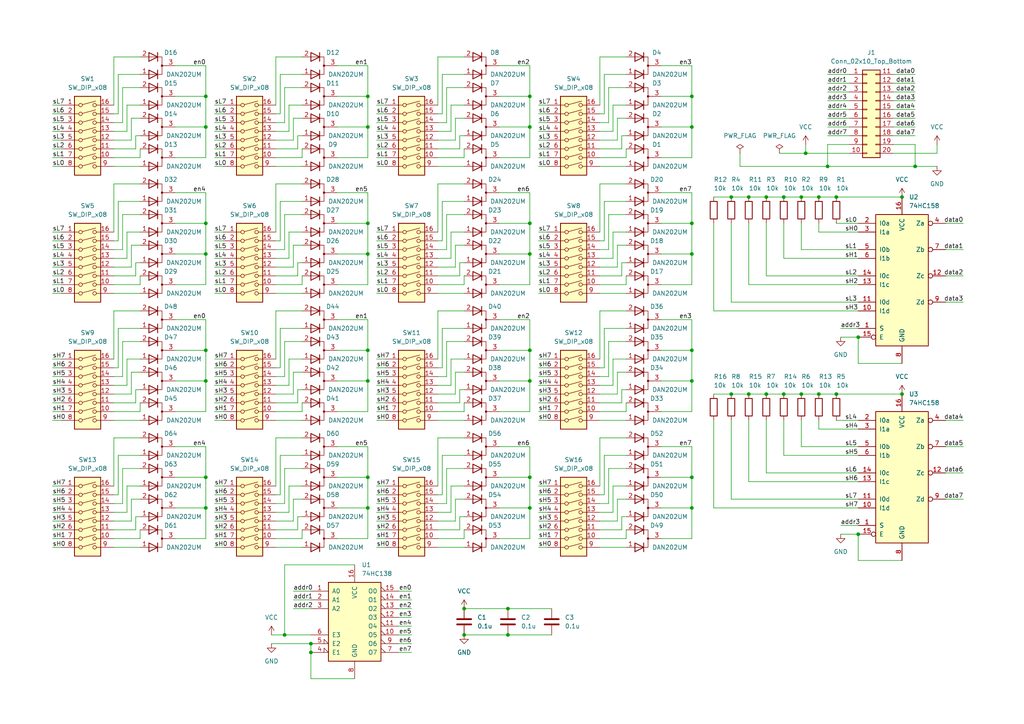
<source format=kicad_sch>
(kicad_sch (version 20211123) (generator eeschema)
  (paper "A4")
  (lib_symbols
    (symbol "74xx:74LS138" (pin_names (offset 1.016))
      (property "Reference" "U" (at -7.62 11.43 0))
      (property "Value" "74LS138" (at -7.62 -13.97 0))
      (symbol "74LS138_1_0"
        (pin input line (at -12.7 7.62 0) (length 5.08) (name "A0") (number "1"))
        (pin output output_low (at 12.7 -5.08 180) (length 5.08) (name "O5") (number "10"))
        (pin output output_low (at 12.7 -2.54 180) (length 5.08) (name "O4") (number "11"))
        (pin output output_low (at 12.7 0 180) (length 5.08) (name "O3") (number "12"))
        (pin output output_low (at 12.7 2.54 180) (length 5.08) (name "O2") (number "13"))
        (pin output output_low (at 12.7 5.08 180) (length 5.08) (name "O1") (number "14"))
        (pin output output_low (at 12.7 7.62 180) (length 5.08) (name "O0") (number "15"))
        (pin power_in line (at 0 15.24 270) (length 5.08) (name "VCC") (number "16"))
        (pin input line (at -12.7 5.08 0) (length 5.08) (name "A1") (number "2"))
        (pin input line (at -12.7 2.54 0) (length 5.08) (name "A2") (number "3"))
        (pin input input_low (at -12.7 -10.16 0) (length 5.08) (name "E1") (number "4"))
        (pin input input_low (at -12.7 -7.62 0) (length 5.08) (name "E2") (number "5"))
        (pin input line (at -12.7 -5.08 0) (length 5.08) (name "E3") (number "6"))
        (pin output output_low (at 12.7 -10.16 180) (length 5.08) (name "O7") (number "7"))
        (pin power_in line (at 0 -17.78 90) (length 5.08) (name "GND") (number "8"))
        (pin output output_low (at 12.7 -7.62 180) (length 5.08) (name "O6") (number "9"))
      )
    )
    (symbol "74xx:74LS158" (pin_names (offset 1.016))
      (property "Reference" "U" (at -7.62 19.05 0))
      (property "Value" "74LS158" (at -7.62 -21.59 0))
      (symbol "74LS158_1_0"
        (pin input line (at -12.7 -15.24 0) (length 5.08) (name "S") (number "1"))
        (pin input line (at -12.7 -10.16 0) (length 5.08) (name "I1d") (number "10"))
        (pin input line (at -12.7 -7.62 0) (length 5.08) (name "I0d") (number "11"))
        (pin output inverted (at 12.7 0 180) (length 5.08) (name "Zc") (number "12"))
        (pin input line (at -12.7 -2.54 0) (length 5.08) (name "I1c") (number "13"))
        (pin input line (at -12.7 0 0) (length 5.08) (name "I0c") (number "14"))
        (pin input inverted (at -12.7 -17.78 0) (length 5.08) (name "E") (number "15"))
        (pin power_in line (at 0 22.86 270) (length 5.08) (name "VCC") (number "16"))
        (pin input line (at -12.7 15.24 0) (length 5.08) (name "I0a") (number "2"))
        (pin input line (at -12.7 12.7 0) (length 5.08) (name "I1a") (number "3"))
        (pin output inverted (at 12.7 15.24 180) (length 5.08) (name "Za") (number "4"))
        (pin input line (at -12.7 7.62 0) (length 5.08) (name "I0b") (number "5"))
        (pin input line (at -12.7 5.08 0) (length 5.08) (name "I1b") (number "6"))
        (pin output inverted (at 12.7 7.62 180) (length 5.08) (name "Zb") (number "7"))
        (pin power_in line (at 0 -25.4 90) (length 5.08) (name "GND") (number "8"))
        (pin output inverted (at 12.7 -7.62 180) (length 5.08) (name "Zd") (number "9"))
      )
    )
    (symbol "Connector_Generic:Conn_02x10_Top_Bottom" (pin_names (offset 1.016) hide)
      (property "Reference" "J" (at 1.27 12.7 0))
      (property "Value" "Conn_02x10_Top_Bottom" (at 1.27 -15.24 0))
      (symbol "Conn_02x10_Top_Bottom_1_1"
        (pin passive line (at -5.08 10.16 0) (length 3.81) (name "Pin_1") (number "1"))
        (pin passive line (at -5.08 -12.7 0) (length 3.81) (name "Pin_10") (number "10"))
        (pin passive line (at 7.62 10.16 180) (length 3.81) (name "Pin_11") (number "11"))
        (pin passive line (at 7.62 7.62 180) (length 3.81) (name "Pin_12") (number "12"))
        (pin passive line (at 7.62 5.08 180) (length 3.81) (name "Pin_13") (number "13"))
        (pin passive line (at 7.62 2.54 180) (length 3.81) (name "Pin_14") (number "14"))
        (pin passive line (at 7.62 0 180) (length 3.81) (name "Pin_15") (number "15"))
        (pin passive line (at 7.62 -2.54 180) (length 3.81) (name "Pin_16") (number "16"))
        (pin passive line (at 7.62 -5.08 180) (length 3.81) (name "Pin_17") (number "17"))
        (pin passive line (at 7.62 -7.62 180) (length 3.81) (name "Pin_18") (number "18"))
        (pin passive line (at 7.62 -10.16 180) (length 3.81) (name "Pin_19") (number "19"))
        (pin passive line (at -5.08 7.62 0) (length 3.81) (name "Pin_2") (number "2"))
        (pin passive line (at 7.62 -12.7 180) (length 3.81) (name "Pin_20") (number "20"))
        (pin passive line (at -5.08 5.08 0) (length 3.81) (name "Pin_3") (number "3"))
        (pin passive line (at -5.08 2.54 0) (length 3.81) (name "Pin_4") (number "4"))
        (pin passive line (at -5.08 0 0) (length 3.81) (name "Pin_5") (number "5"))
        (pin passive line (at -5.08 -2.54 0) (length 3.81) (name "Pin_6") (number "6"))
        (pin passive line (at -5.08 -5.08 0) (length 3.81) (name "Pin_7") (number "7"))
        (pin passive line (at -5.08 -7.62 0) (length 3.81) (name "Pin_8") (number "8"))
        (pin passive line (at -5.08 -10.16 0) (length 3.81) (name "Pin_9") (number "9"))
      )
    )
    (symbol "Device:C" (pin_numbers hide) (pin_names (offset 0.254))
      (property "Reference" "C" (at 0.635 2.54 0))
      (property "Value" "C" (at 0.635 -2.54 0))
      (symbol "C_1_1"
        (pin passive line (at 0 3.81 270) (length 2.794) (name "~") (number "1"))
        (pin passive line (at 0 -3.81 90) (length 2.794) (name "~") (number "2"))
      )
    )
    (symbol "Device:D_Dual_CommonCathode_AAK_Parallel" (pin_names (offset 0.762) hide)
      (property "Reference" "D" (at 0 5.08 0))
      (property "Value" "D_Dual_CommonCathode_AAK_Parallel" (at 0 -5.08 0))
      (symbol "D_Dual_CommonCathode_AAK_Parallel_0_1"
        (pin passive line (at -5.08 2.54 0) (length 2.54) (name "K") (number "1"))
        (pin passive line (at -5.08 -2.54 0) (length 2.54) (name "K") (number "2"))
        (pin passive line (at 5.08 0 180) (length 2.54) (name "A") (number "3"))
      )
    )
    (symbol "Device:R" (pin_numbers hide) (pin_names (offset 0))
      (property "Reference" "R" (at 2.032 0 90))
      (property "Value" "R" (at 0 0 90))
      (symbol "R_1_1"
        (pin passive line (at 0 3.81 270) (length 1.27) (name "~") (number "1"))
        (pin passive line (at 0 -3.81 90) (length 1.27) (name "~") (number "2"))
      )
    )
    (symbol "Switch:SW_DIP_x08" (pin_names (offset 0) hide)
      (property "Reference" "SW" (at 0 13.97 0))
      (property "Value" "SW_DIP_x08" (at 0 -11.43 0))
      (symbol "SW_DIP_x08_1_1"
        (pin passive line (at -7.62 10.16 0) (length 5.08) (name "~") (number "1"))
        (pin passive line (at 7.62 -5.08 180) (length 5.08) (name "~") (number "10"))
        (pin passive line (at 7.62 -2.54 180) (length 5.08) (name "~") (number "11"))
        (pin passive line (at 7.62 0 180) (length 5.08) (name "~") (number "12"))
        (pin passive line (at 7.62 2.54 180) (length 5.08) (name "~") (number "13"))
        (pin passive line (at 7.62 5.08 180) (length 5.08) (name "~") (number "14"))
        (pin passive line (at 7.62 7.62 180) (length 5.08) (name "~") (number "15"))
        (pin passive line (at 7.62 10.16 180) (length 5.08) (name "~") (number "16"))
        (pin passive line (at -7.62 7.62 0) (length 5.08) (name "~") (number "2"))
        (pin passive line (at -7.62 5.08 0) (length 5.08) (name "~") (number "3"))
        (pin passive line (at -7.62 2.54 0) (length 5.08) (name "~") (number "4"))
        (pin passive line (at -7.62 0 0) (length 5.08) (name "~") (number "5"))
        (pin passive line (at -7.62 -2.54 0) (length 5.08) (name "~") (number "6"))
        (pin passive line (at -7.62 -5.08 0) (length 5.08) (name "~") (number "7"))
        (pin passive line (at -7.62 -7.62 0) (length 5.08) (name "~") (number "8"))
        (pin passive line (at 7.62 -7.62 180) (length 5.08) (name "~") (number "9"))
      )
    )
    (symbol "power:GND" (power) (pin_names (offset 0))
      (property "Value" "GND" (at 0 -3.81 0))
      (symbol "GND_1_1"
        (pin power_in line (at 0 0 270) (length 0) hide (name "GND") (number "1"))
      )
    )
    (symbol "power:PWR_FLAG" (power) (pin_numbers hide) (pin_names (offset 0) hide)
      (property "Value" "PWR_FLAG" (at 0 3.81 0))
      (symbol "PWR_FLAG_0_0"
        (pin power_out line (at 0 0 90) (length 0) (name "pwr") (number "1"))
      )
    )
    (symbol "power:VCC" (power) (pin_names (offset 0))
      (property "Value" "VCC" (at 0 3.81 0))
      (symbol "VCC_1_1"
        (pin power_in line (at 0 0 90) (length 0) hide (name "VCC") (number "1"))
      )
    )
  )
  (junction (at 106.68 36.83))
  (junction (at 200.66 36.83))
  (junction (at 90.17 186.69))
  (junction (at 233.68 44.45))
  (junction (at 227.33 114.3))
  (junction (at 153.67 36.83))
  (junction (at 106.68 138.43))
  (junction (at 134.62 176.53))
  (junction (at 153.67 147.32))
  (junction (at 261.62 114.3))
  (junction (at 82.55 184.15))
  (junction (at 242.57 57.15))
  (junction (at 59.69 36.83))
  (junction (at 153.67 110.49))
  (junction (at 106.68 73.66))
  (junction (at 147.32 176.53))
  (junction (at 265.43 48.26))
  (junction (at 200.66 147.32))
  (junction (at 222.25 57.15))
  (junction (at 200.66 73.66))
  (junction (at 200.66 64.77))
  (junction (at 232.41 57.15))
  (junction (at 106.68 147.32))
  (junction (at 90.17 189.23))
  (junction (at 240.03 48.26))
  (junction (at 59.69 101.6))
  (junction (at 237.49 57.15))
  (junction (at 153.67 27.94))
  (junction (at 227.33 57.15))
  (junction (at 200.66 110.49))
  (junction (at 59.69 73.66))
  (junction (at 59.69 27.94))
  (junction (at 59.69 147.32))
  (junction (at 212.09 114.3))
  (junction (at 59.69 110.49))
  (junction (at 153.67 101.6))
  (junction (at 217.17 57.15))
  (junction (at 237.49 114.3))
  (junction (at 200.66 27.94))
  (junction (at 212.09 57.15))
  (junction (at 106.68 101.6))
  (junction (at 200.66 101.6))
  (junction (at 106.68 64.77))
  (junction (at 134.62 184.15))
  (junction (at 147.32 184.15))
  (junction (at 106.68 27.94))
  (junction (at 153.67 73.66))
  (junction (at 153.67 138.43))
  (junction (at 217.17 114.3))
  (junction (at 242.57 114.3))
  (junction (at 261.62 57.15))
  (junction (at 106.68 110.49))
  (junction (at 59.69 64.77))
  (junction (at 248.92 97.79))
  (junction (at 232.41 114.3))
  (junction (at 248.92 154.94))
  (junction (at 222.25 114.3))
  (junction (at 59.69 138.43))
  (junction (at 153.67 64.77))
  (junction (at 200.66 138.43))
  (wire (pts (xy 242.57 121.92) (xy 248.92 121.92)))
  (wire (pts (xy 130.81 140.97) (xy 130.81 148.59)))
  (wire (pts (xy 242.57 114.3) (xy 261.62 114.3)))
  (wire (pts (xy 82.55 135.89) (xy 87.63 135.89)))
  (wire (pts (xy 59.69 73.66) (xy 59.69 82.55)))
  (wire (pts (xy 133.35 149.86) (xy 133.35 153.67)))
  (wire (pts (xy 33.02 45.72) (xy 40.64 45.72)))
  (wire (pts (xy 15.24 35.56) (xy 17.78 35.56)))
  (wire (pts (xy 15.24 72.39) (xy 17.78 72.39)))
  (wire (pts (xy 33.02 77.47) (xy 38.1 77.47)))
  (wire (pts (xy 237.49 57.15) (xy 242.57 57.15)))
  (wire (pts (xy 34.29 95.25) (xy 34.29 106.68)))
  (wire (pts (xy 87.63 30.48) (xy 83.82 30.48)))
  (wire (pts (xy 173.99 40.64) (xy 179.07 40.64)))
  (wire (pts (xy 35.56 109.22) (xy 35.56 99.06)))
  (wire (pts (xy 87.63 132.08) (xy 81.28 132.08)))
  (wire (pts (xy 133.35 116.84) (xy 127 116.84)))
  (wire (pts (xy 127 151.13) (xy 132.08 151.13)))
  (wire (pts (xy 33.02 90.17) (xy 40.64 90.17)))
  (wire (pts (xy 248.92 154.94) (xy 248.92 162.56)))
  (wire (pts (xy 200.66 45.72) (xy 191.77 45.72)))
  (wire (pts (xy 175.26 58.42) (xy 175.26 69.85)))
  (wire (pts (xy 153.67 156.21) (xy 144.78 156.21)))
  (wire (pts (xy 85.09 71.12) (xy 87.63 71.12)))
  (wire (pts (xy 106.68 101.6) (xy 97.79 101.6)))
  (wire (pts (xy 15.24 156.21) (xy 17.78 156.21)))
  (wire (pts (xy 156.21 77.47) (xy 158.75 77.47)))
  (wire (pts (xy 200.66 110.49) (xy 200.66 119.38)))
  (wire (pts (xy 242.57 57.15) (xy 261.62 57.15)))
  (wire (pts (xy 200.66 156.21) (xy 191.77 156.21)))
  (wire (pts (xy 271.78 44.45) (xy 271.78 41.91)))
  (wire (pts (xy 87.63 140.97) (xy 83.82 140.97)))
  (wire (pts (xy 181.61 30.48) (xy 177.8 30.48)))
  (wire (pts (xy 82.55 109.22) (xy 82.55 99.06)))
  (wire (pts (xy 109.22 45.72) (xy 111.76 45.72)))
  (wire (pts (xy 237.49 64.77) (xy 237.49 67.31)))
  (wire (pts (xy 39.37 76.2) (xy 39.37 80.01)))
  (wire (pts (xy 115.57 184.15) (xy 119.38 184.15)))
  (wire (pts (xy 129.54 72.39) (xy 129.54 62.23)))
  (wire (pts (xy 15.24 106.68) (xy 17.78 106.68)))
  (wire (pts (xy 15.24 146.05) (xy 17.78 146.05)))
  (wire (pts (xy 240.03 36.83) (xy 246.38 36.83)))
  (wire (pts (xy 173.99 121.92) (xy 181.61 121.92)))
  (wire (pts (xy 82.55 25.4) (xy 87.63 25.4)))
  (wire (pts (xy 173.99 109.22) (xy 176.53 109.22)))
  (wire (pts (xy 39.37 80.01) (xy 33.02 80.01)))
  (wire (pts (xy 153.67 64.77) (xy 144.78 64.77)))
  (wire (pts (xy 87.63 119.38) (xy 87.63 116.84)))
  (wire (pts (xy 106.68 129.54) (xy 106.68 138.43)))
  (wire (pts (xy 86.36 43.18) (xy 80.01 43.18)))
  (wire (pts (xy 90.17 196.85) (xy 102.87 196.85)))
  (wire (pts (xy 87.63 113.03) (xy 86.36 113.03)))
  (wire (pts (xy 62.23 45.72) (xy 64.77 45.72)))
  (wire (pts (xy 173.99 104.14) (xy 173.99 90.17)))
  (wire (pts (xy 274.32 87.63) (xy 279.4 87.63)))
  (wire (pts (xy 15.24 69.85) (xy 17.78 69.85)))
  (wire (pts (xy 34.29 106.68) (xy 33.02 106.68)))
  (wire (pts (xy 82.55 184.15) (xy 90.17 184.15)))
  (wire (pts (xy 106.68 27.94) (xy 97.79 27.94)))
  (wire (pts (xy 217.17 121.92) (xy 217.17 139.7)))
  (wire (pts (xy 134.62 156.21) (xy 134.62 153.67)))
  (wire (pts (xy 15.24 33.02) (xy 17.78 33.02)))
  (wire (pts (xy 109.22 106.68) (xy 111.76 106.68)))
  (wire (pts (xy 181.61 156.21) (xy 181.61 153.67)))
  (wire (pts (xy 50.8 129.54) (xy 59.69 129.54)))
  (wire (pts (xy 33.02 156.21) (xy 40.64 156.21)))
  (wire (pts (xy 15.24 111.76) (xy 17.78 111.76)))
  (wire (pts (xy 134.62 95.25) (xy 128.27 95.25)))
  (wire (pts (xy 181.61 67.31) (xy 177.8 67.31)))
  (wire (pts (xy 128.27 33.02) (xy 127 33.02)))
  (wire (pts (xy 40.64 119.38) (xy 40.64 116.84)))
  (wire (pts (xy 62.23 48.26) (xy 64.77 48.26)))
  (wire (pts (xy 242.57 64.77) (xy 248.92 64.77)))
  (wire (pts (xy 274.32 137.16) (xy 279.4 137.16)))
  (wire (pts (xy 153.67 101.6) (xy 144.78 101.6)))
  (wire (pts (xy 132.08 71.12) (xy 134.62 71.12)))
  (wire (pts (xy 85.09 107.95) (xy 87.63 107.95)))
  (wire (pts (xy 191.77 129.54) (xy 200.66 129.54)))
  (wire (pts (xy 127 30.48) (xy 127 16.51)))
  (wire (pts (xy 274.32 72.39) (xy 279.4 72.39)))
  (wire (pts (xy 115.57 173.99) (xy 119.38 173.99)))
  (wire (pts (xy 153.67 19.05) (xy 153.67 27.94)))
  (wire (pts (xy 109.22 72.39) (xy 111.76 72.39)))
  (wire (pts (xy 38.1 34.29) (xy 40.64 34.29)))
  (wire (pts (xy 80.01 72.39) (xy 82.55 72.39)))
  (wire (pts (xy 240.03 29.21) (xy 246.38 29.21)))
  (wire (pts (xy 33.02 127) (xy 40.64 127)))
  (wire (pts (xy 81.28 143.51) (xy 80.01 143.51)))
  (wire (pts (xy 87.63 95.25) (xy 81.28 95.25)))
  (wire (pts (xy 173.99 114.3) (xy 179.07 114.3)))
  (wire (pts (xy 86.36 39.37) (xy 86.36 43.18)))
  (wire (pts (xy 227.33 121.92) (xy 227.33 132.08)))
  (wire (pts (xy 15.24 77.47) (xy 17.78 77.47)))
  (wire (pts (xy 214.63 48.26) (xy 240.03 48.26)))
  (wire (pts (xy 59.69 147.32) (xy 50.8 147.32)))
  (wire (pts (xy 83.82 111.76) (xy 80.01 111.76)))
  (wire (pts (xy 177.8 30.48) (xy 177.8 38.1)))
  (wire (pts (xy 153.67 27.94) (xy 153.67 36.83)))
  (wire (pts (xy 248.92 162.56) (xy 261.62 162.56)))
  (wire (pts (xy 106.68 19.05) (xy 106.68 27.94)))
  (wire (pts (xy 180.34 39.37) (xy 180.34 43.18)))
  (wire (pts (xy 132.08 34.29) (xy 134.62 34.29)))
  (wire (pts (xy 35.56 25.4) (xy 40.64 25.4)))
  (wire (pts (xy 176.53 35.56) (xy 176.53 25.4)))
  (wire (pts (xy 62.23 74.93) (xy 64.77 74.93)))
  (wire (pts (xy 97.79 19.05) (xy 106.68 19.05)))
  (wire (pts (xy 40.64 104.14) (xy 36.83 104.14)))
  (wire (pts (xy 59.69 147.32) (xy 59.69 156.21)))
  (wire (pts (xy 153.67 55.88) (xy 153.67 64.77)))
  (wire (pts (xy 106.68 55.88) (xy 106.68 64.77)))
  (wire (pts (xy 33.02 48.26) (xy 40.64 48.26)))
  (wire (pts (xy 179.07 71.12) (xy 181.61 71.12)))
  (wire (pts (xy 130.81 111.76) (xy 127 111.76)))
  (wire (pts (xy 34.29 132.08) (xy 34.29 143.51)))
  (wire (pts (xy 62.23 33.02) (xy 64.77 33.02)))
  (wire (pts (xy 207.01 114.3) (xy 212.09 114.3)))
  (wire (pts (xy 38.1 151.13) (xy 38.1 144.78)))
  (wire (pts (xy 80.01 140.97) (xy 80.01 127)))
  (wire (pts (xy 109.22 156.21) (xy 111.76 156.21)))
  (wire (pts (xy 80.01 77.47) (xy 85.09 77.47)))
  (wire (pts (xy 177.8 74.93) (xy 173.99 74.93)))
  (wire (pts (xy 87.63 149.86) (xy 86.36 149.86)))
  (wire (pts (xy 40.64 21.59) (xy 34.29 21.59)))
  (wire (pts (xy 86.36 153.67) (xy 80.01 153.67)))
  (wire (pts (xy 132.08 114.3) (xy 132.08 107.95)))
  (wire (pts (xy 40.64 140.97) (xy 36.83 140.97)))
  (wire (pts (xy 243.84 152.4) (xy 248.92 152.4)))
  (wire (pts (xy 109.22 69.85) (xy 111.76 69.85)))
  (wire (pts (xy 40.64 95.25) (xy 34.29 95.25)))
  (wire (pts (xy 153.67 64.77) (xy 153.67 73.66)))
  (wire (pts (xy 15.24 148.59) (xy 17.78 148.59)))
  (wire (pts (xy 97.79 92.71) (xy 106.68 92.71)))
  (wire (pts (xy 200.66 147.32) (xy 200.66 156.21)))
  (wire (pts (xy 153.67 92.71) (xy 153.67 101.6)))
  (wire (pts (xy 109.22 151.13) (xy 111.76 151.13)))
  (wire (pts (xy 214.63 44.45) (xy 214.63 48.26)))
  (wire (pts (xy 200.66 73.66) (xy 191.77 73.66)))
  (wire (pts (xy 86.36 116.84) (xy 80.01 116.84)))
  (wire (pts (xy 222.25 80.01) (xy 248.92 80.01)))
  (wire (pts (xy 127 90.17) (xy 134.62 90.17)))
  (wire (pts (xy 200.66 119.38) (xy 191.77 119.38)))
  (wire (pts (xy 173.99 158.75) (xy 181.61 158.75)))
  (wire (pts (xy 156.21 121.92) (xy 158.75 121.92)))
  (wire (pts (xy 102.87 163.83) (xy 82.55 163.83)))
  (wire (pts (xy 109.22 77.47) (xy 111.76 77.47)))
  (wire (pts (xy 106.68 64.77) (xy 97.79 64.77)))
  (wire (pts (xy 34.29 143.51) (xy 33.02 143.51)))
  (wire (pts (xy 109.22 33.02) (xy 111.76 33.02)))
  (wire (pts (xy 38.1 40.64) (xy 38.1 34.29)))
  (wire (pts (xy 181.61 95.25) (xy 175.26 95.25)))
  (wire (pts (xy 40.64 39.37) (xy 39.37 39.37)))
  (wire (pts (xy 232.41 121.92) (xy 232.41 129.54)))
  (wire (pts (xy 133.35 113.03) (xy 133.35 116.84)))
  (wire (pts (xy 156.21 40.64) (xy 158.75 40.64)))
  (wire (pts (xy 83.82 38.1) (xy 80.01 38.1)))
  (wire (pts (xy 109.22 40.64) (xy 111.76 40.64)))
  (wire (pts (xy 81.28 95.25) (xy 81.28 106.68)))
  (wire (pts (xy 133.35 80.01) (xy 127 80.01)))
  (wire (pts (xy 175.26 106.68) (xy 173.99 106.68)))
  (wire (pts (xy 85.09 173.99) (xy 90.17 173.99)))
  (wire (pts (xy 175.26 69.85) (xy 173.99 69.85)))
  (wire (pts (xy 153.67 129.54) (xy 153.67 138.43)))
  (wire (pts (xy 109.22 48.26) (xy 111.76 48.26)))
  (wire (pts (xy 106.68 64.77) (xy 106.68 73.66)))
  (wire (pts (xy 86.36 149.86) (xy 86.36 153.67)))
  (wire (pts (xy 15.24 40.64) (xy 17.78 40.64)))
  (wire (pts (xy 153.67 73.66) (xy 153.67 82.55)))
  (wire (pts (xy 62.23 114.3) (xy 64.77 114.3)))
  (wire (pts (xy 128.27 106.68) (xy 127 106.68)))
  (wire (pts (xy 153.67 147.32) (xy 153.67 156.21)))
  (wire (pts (xy 115.57 171.45) (xy 119.38 171.45)))
  (wire (pts (xy 227.33 132.08) (xy 248.92 132.08)))
  (wire (pts (xy 153.67 45.72) (xy 144.78 45.72)))
  (wire (pts (xy 173.99 119.38) (xy 181.61 119.38)))
  (wire (pts (xy 156.21 148.59) (xy 158.75 148.59)))
  (wire (pts (xy 127 109.22) (xy 129.54 109.22)))
  (wire (pts (xy 144.78 55.88) (xy 153.67 55.88)))
  (wire (pts (xy 109.22 82.55) (xy 111.76 82.55)))
  (wire (pts (xy 128.27 143.51) (xy 127 143.51)))
  (wire (pts (xy 181.61 132.08) (xy 175.26 132.08)))
  (wire (pts (xy 130.81 30.48) (xy 130.81 38.1)))
  (wire (pts (xy 153.67 138.43) (xy 153.67 147.32)))
  (wire (pts (xy 156.21 106.68) (xy 158.75 106.68)))
  (wire (pts (xy 134.62 30.48) (xy 130.81 30.48)))
  (wire (pts (xy 153.67 119.38) (xy 144.78 119.38)))
  (wire (pts (xy 173.99 127) (xy 181.61 127)))
  (wire (pts (xy 265.43 41.91) (xy 265.43 48.26)))
  (wire (pts (xy 134.62 21.59) (xy 128.27 21.59)))
  (wire (pts (xy 59.69 129.54) (xy 59.69 138.43)))
  (wire (pts (xy 176.53 146.05) (xy 176.53 135.89)))
  (wire (pts (xy 181.61 119.38) (xy 181.61 116.84)))
  (wire (pts (xy 129.54 99.06) (xy 134.62 99.06)))
  (wire (pts (xy 82.55 99.06) (xy 87.63 99.06)))
  (wire (pts (xy 87.63 58.42) (xy 81.28 58.42)))
  (wire (pts (xy 130.81 67.31) (xy 130.81 74.93)))
  (wire (pts (xy 15.24 140.97) (xy 17.78 140.97)))
  (wire (pts (xy 240.03 26.67) (xy 246.38 26.67)))
  (wire (pts (xy 156.21 67.31) (xy 158.75 67.31)))
  (wire (pts (xy 87.63 39.37) (xy 86.36 39.37)))
  (wire (pts (xy 233.68 44.45) (xy 246.38 44.45)))
  (wire (pts (xy 243.84 95.25) (xy 248.92 95.25)))
  (wire (pts (xy 134.62 149.86) (xy 133.35 149.86)))
  (wire (pts (xy 86.36 80.01) (xy 80.01 80.01)))
  (wire (pts (xy 217.17 57.15) (xy 222.25 57.15)))
  (wire (pts (xy 207.01 57.15) (xy 212.09 57.15)))
  (wire (pts (xy 179.07 34.29) (xy 181.61 34.29)))
  (wire (pts (xy 156.21 111.76) (xy 158.75 111.76)))
  (wire (pts (xy 109.22 104.14) (xy 111.76 104.14)))
  (wire (pts (xy 15.24 74.93) (xy 17.78 74.93)))
  (wire (pts (xy 39.37 43.18) (xy 33.02 43.18)))
  (wire (pts (xy 106.68 138.43) (xy 97.79 138.43)))
  (wire (pts (xy 156.21 146.05) (xy 158.75 146.05)))
  (wire (pts (xy 200.66 101.6) (xy 191.77 101.6)))
  (wire (pts (xy 82.55 62.23) (xy 87.63 62.23)))
  (wire (pts (xy 80.01 114.3) (xy 85.09 114.3)))
  (wire (pts (xy 39.37 116.84) (xy 33.02 116.84)))
  (wire (pts (xy 130.81 38.1) (xy 127 38.1)))
  (wire (pts (xy 259.08 24.13) (xy 265.43 24.13)))
  (wire (pts (xy 109.22 38.1) (xy 111.76 38.1)))
  (wire (pts (xy 34.29 58.42) (xy 34.29 69.85)))
  (wire (pts (xy 33.02 146.05) (xy 35.56 146.05)))
  (wire (pts (xy 153.67 138.43) (xy 144.78 138.43)))
  (wire (pts (xy 147.32 184.15) (xy 160.02 184.15)))
  (wire (pts (xy 156.21 140.97) (xy 158.75 140.97)))
  (wire (pts (xy 173.99 48.26) (xy 181.61 48.26)))
  (wire (pts (xy 33.02 53.34) (xy 40.64 53.34)))
  (wire (pts (xy 156.21 82.55) (xy 158.75 82.55)))
  (wire (pts (xy 127 146.05) (xy 129.54 146.05)))
  (wire (pts (xy 173.99 16.51) (xy 181.61 16.51)))
  (wire (pts (xy 181.61 104.14) (xy 177.8 104.14)))
  (wire (pts (xy 59.69 36.83) (xy 50.8 36.83)))
  (wire (pts (xy 106.68 36.83) (xy 97.79 36.83)))
  (wire (pts (xy 59.69 110.49) (xy 50.8 110.49)))
  (wire (pts (xy 212.09 57.15) (xy 217.17 57.15)))
  (wire (pts (xy 156.21 153.67) (xy 158.75 153.67)))
  (wire (pts (xy 80.01 90.17) (xy 87.63 90.17)))
  (wire (pts (xy 59.69 138.43) (xy 59.69 147.32)))
  (wire (pts (xy 82.55 72.39) (xy 82.55 62.23)))
  (wire (pts (xy 109.22 146.05) (xy 111.76 146.05)))
  (wire (pts (xy 176.53 99.06) (xy 181.61 99.06)))
  (wire (pts (xy 109.22 43.18) (xy 111.76 43.18)))
  (wire (pts (xy 180.34 113.03) (xy 180.34 116.84)))
  (wire (pts (xy 153.67 82.55) (xy 144.78 82.55)))
  (wire (pts (xy 181.61 58.42) (xy 175.26 58.42)))
  (wire (pts (xy 200.66 101.6) (xy 200.66 110.49)))
  (wire (pts (xy 128.27 69.85) (xy 127 69.85)))
  (wire (pts (xy 156.21 158.75) (xy 158.75 158.75)))
  (wire (pts (xy 106.68 156.21) (xy 97.79 156.21)))
  (wire (pts (xy 240.03 48.26) (xy 265.43 48.26)))
  (wire (pts (xy 15.24 85.09) (xy 17.78 85.09)))
  (wire (pts (xy 176.53 135.89) (xy 181.61 135.89)))
  (wire (pts (xy 86.36 76.2) (xy 86.36 80.01)))
  (wire (pts (xy 153.67 110.49) (xy 144.78 110.49)))
  (wire (pts (xy 237.49 121.92) (xy 237.49 124.46)))
  (wire (pts (xy 127 121.92) (xy 134.62 121.92)))
  (wire (pts (xy 180.34 76.2) (xy 180.34 80.01)))
  (wire (pts (xy 36.83 67.31) (xy 36.83 74.93)))
  (wire (pts (xy 127 119.38) (xy 134.62 119.38)))
  (wire (pts (xy 106.68 119.38) (xy 97.79 119.38)))
  (wire (pts (xy 15.24 80.01) (xy 17.78 80.01)))
  (wire (pts (xy 129.54 35.56) (xy 129.54 25.4)))
  (wire (pts (xy 109.22 116.84) (xy 111.76 116.84)))
  (wire (pts (xy 173.99 35.56) (xy 176.53 35.56)))
  (wire (pts (xy 39.37 149.86) (xy 39.37 153.67)))
  (wire (pts (xy 62.23 153.67) (xy 64.77 153.67)))
  (wire (pts (xy 175.26 132.08) (xy 175.26 143.51)))
  (wire (pts (xy 34.29 33.02) (xy 33.02 33.02)))
  (wire (pts (xy 222.25 114.3) (xy 227.33 114.3)))
  (wire (pts (xy 109.22 85.09) (xy 111.76 85.09)))
  (wire (pts (xy 109.22 109.22) (xy 111.76 109.22)))
  (wire (pts (xy 240.03 21.59) (xy 246.38 21.59)))
  (wire (pts (xy 40.64 149.86) (xy 39.37 149.86)))
  (wire (pts (xy 207.01 90.17) (xy 248.92 90.17)))
  (wire (pts (xy 248.92 105.41) (xy 261.62 105.41)))
  (wire (pts (xy 106.68 138.43) (xy 106.68 147.32)))
  (wire (pts (xy 132.08 107.95) (xy 134.62 107.95)))
  (wire (pts (xy 80.01 53.34) (xy 87.63 53.34)))
  (wire (pts (xy 144.78 19.05) (xy 153.67 19.05)))
  (wire (pts (xy 156.21 119.38) (xy 158.75 119.38)))
  (wire (pts (xy 40.64 58.42) (xy 34.29 58.42)))
  (wire (pts (xy 15.24 116.84) (xy 17.78 116.84)))
  (wire (pts (xy 212.09 64.77) (xy 212.09 87.63)))
  (wire (pts (xy 85.09 40.64) (xy 85.09 34.29)))
  (wire (pts (xy 240.03 31.75) (xy 246.38 31.75)))
  (wire (pts (xy 180.34 43.18) (xy 173.99 43.18)))
  (wire (pts (xy 200.66 73.66) (xy 200.66 82.55)))
  (wire (pts (xy 83.82 140.97) (xy 83.82 148.59)))
  (wire (pts (xy 36.83 74.93) (xy 33.02 74.93)))
  (wire (pts (xy 50.8 92.71) (xy 59.69 92.71)))
  (wire (pts (xy 62.23 40.64) (xy 64.77 40.64)))
  (wire (pts (xy 38.1 77.47) (xy 38.1 71.12)))
  (wire (pts (xy 115.57 186.69) (xy 119.38 186.69)))
  (wire (pts (xy 156.21 114.3) (xy 158.75 114.3)))
  (wire (pts (xy 36.83 38.1) (xy 33.02 38.1)))
  (wire (pts (xy 129.54 25.4) (xy 134.62 25.4)))
  (wire (pts (xy 109.22 111.76) (xy 111.76 111.76)))
  (wire (pts (xy 181.61 39.37) (xy 180.34 39.37)))
  (wire (pts (xy 85.09 144.78) (xy 87.63 144.78)))
  (wire (pts (xy 173.99 90.17) (xy 181.61 90.17)))
  (wire (pts (xy 85.09 34.29) (xy 87.63 34.29)))
  (wire (pts (xy 38.1 71.12) (xy 40.64 71.12)))
  (wire (pts (xy 50.8 19.05) (xy 59.69 19.05)))
  (wire (pts (xy 39.37 113.03) (xy 39.37 116.84)))
  (wire (pts (xy 109.22 30.48) (xy 111.76 30.48)))
  (wire (pts (xy 274.32 129.54) (xy 279.4 129.54)))
  (wire (pts (xy 33.02 121.92) (xy 40.64 121.92)))
  (wire (pts (xy 80.01 45.72) (xy 87.63 45.72)))
  (wire (pts (xy 153.67 101.6) (xy 153.67 110.49)))
  (wire (pts (xy 36.83 104.14) (xy 36.83 111.76)))
  (wire (pts (xy 179.07 107.95) (xy 181.61 107.95)))
  (wire (pts (xy 59.69 156.21) (xy 50.8 156.21)))
  (wire (pts (xy 106.68 110.49) (xy 97.79 110.49)))
  (wire (pts (xy 176.53 109.22) (xy 176.53 99.06)))
  (wire (pts (xy 200.66 27.94) (xy 200.66 36.83)))
  (wire (pts (xy 109.22 153.67) (xy 111.76 153.67)))
  (wire (pts (xy 240.03 41.91) (xy 240.03 48.26)))
  (wire (pts (xy 62.23 82.55) (xy 64.77 82.55)))
  (wire (pts (xy 115.57 176.53) (xy 119.38 176.53)))
  (wire (pts (xy 179.07 77.47) (xy 179.07 71.12)))
  (wire (pts (xy 33.02 35.56) (xy 35.56 35.56)))
  (wire (pts (xy 87.63 45.72) (xy 87.63 43.18)))
  (wire (pts (xy 36.83 148.59) (xy 33.02 148.59)))
  (wire (pts (xy 127 45.72) (xy 134.62 45.72)))
  (wire (pts (xy 134.62 132.08) (xy 128.27 132.08)))
  (wire (pts (xy 156.21 80.01) (xy 158.75 80.01)))
  (wire (pts (xy 127 40.64) (xy 132.08 40.64)))
  (wire (pts (xy 176.53 25.4) (xy 181.61 25.4)))
  (wire (pts (xy 109.22 140.97) (xy 111.76 140.97)))
  (wire (pts (xy 34.29 21.59) (xy 34.29 33.02)))
  (wire (pts (xy 259.08 44.45) (xy 271.78 44.45)))
  (wire (pts (xy 144.78 92.71) (xy 153.67 92.71)))
  (wire (pts (xy 36.83 111.76) (xy 33.02 111.76)))
  (wire (pts (xy 106.68 147.32) (xy 97.79 147.32)))
  (wire (pts (xy 62.23 143.51) (xy 64.77 143.51)))
  (wire (pts (xy 177.8 104.14) (xy 177.8 111.76)))
  (wire (pts (xy 240.03 24.13) (xy 246.38 24.13)))
  (wire (pts (xy 15.24 48.26) (xy 17.78 48.26)))
  (wire (pts (xy 237.49 124.46) (xy 248.92 124.46)))
  (wire (pts (xy 15.24 121.92) (xy 17.78 121.92)))
  (wire (pts (xy 217.17 114.3) (xy 222.25 114.3)))
  (wire (pts (xy 127 67.31) (xy 127 53.34)))
  (wire (pts (xy 130.81 74.93) (xy 127 74.93)))
  (wire (pts (xy 175.26 21.59) (xy 175.26 33.02)))
  (wire (pts (xy 127 127) (xy 134.62 127)))
  (wire (pts (xy 153.67 27.94) (xy 144.78 27.94)))
  (wire (pts (xy 15.24 38.1) (xy 17.78 38.1)))
  (wire (pts (xy 200.66 27.94) (xy 191.77 27.94)))
  (wire (pts (xy 62.23 121.92) (xy 64.77 121.92)))
  (wire (pts (xy 212.09 114.3) (xy 217.17 114.3)))
  (wire (pts (xy 274.32 64.77) (xy 279.4 64.77)))
  (wire (pts (xy 81.28 106.68) (xy 80.01 106.68)))
  (wire (pts (xy 33.02 16.51) (xy 40.64 16.51)))
  (wire (pts (xy 39.37 39.37) (xy 39.37 43.18)))
  (wire (pts (xy 156.21 45.72) (xy 158.75 45.72)))
  (wire (pts (xy 232.41 72.39) (xy 248.92 72.39)))
  (wire (pts (xy 40.64 45.72) (xy 40.64 43.18)))
  (wire (pts (xy 81.28 33.02) (xy 80.01 33.02)))
  (wire (pts (xy 134.62 184.15) (xy 147.32 184.15)))
  (wire (pts (xy 38.1 144.78) (xy 40.64 144.78)))
  (wire (pts (xy 181.61 113.03) (xy 180.34 113.03)))
  (wire (pts (xy 15.24 151.13) (xy 17.78 151.13)))
  (wire (pts (xy 259.08 34.29) (xy 265.43 34.29)))
  (wire (pts (xy 115.57 181.61) (xy 119.38 181.61)))
  (wire (pts (xy 200.66 36.83) (xy 191.77 36.83)))
  (wire (pts (xy 81.28 21.59) (xy 81.28 33.02)))
  (wire (pts (xy 181.61 76.2) (xy 180.34 76.2)))
  (wire (pts (xy 62.23 67.31) (xy 64.77 67.31)))
  (wire (pts (xy 80.01 121.92) (xy 87.63 121.92)))
  (wire (pts (xy 127 53.34) (xy 134.62 53.34)))
  (wire (pts (xy 33.02 104.14) (xy 33.02 90.17)))
  (wire (pts (xy 127 16.51) (xy 134.62 16.51)))
  (wire (pts (xy 35.56 135.89) (xy 40.64 135.89)))
  (wire (pts (xy 59.69 110.49) (xy 59.69 119.38)))
  (wire (pts (xy 127 48.26) (xy 134.62 48.26)))
  (wire (pts (xy 127 72.39) (xy 129.54 72.39)))
  (wire (pts (xy 173.99 53.34) (xy 181.61 53.34)))
  (wire (pts (xy 127 156.21) (xy 134.62 156.21)))
  (wire (pts (xy 87.63 67.31) (xy 83.82 67.31)))
  (wire (pts (xy 15.24 104.14) (xy 17.78 104.14)))
  (wire (pts (xy 227.33 57.15) (xy 232.41 57.15)))
  (wire (pts (xy 156.21 156.21) (xy 158.75 156.21)))
  (wire (pts (xy 271.78 48.26) (xy 265.43 48.26)))
  (wire (pts (xy 83.82 74.93) (xy 80.01 74.93)))
  (wire (pts (xy 243.84 97.79) (xy 248.92 97.79)))
  (wire (pts (xy 15.24 114.3) (xy 17.78 114.3)))
  (wire (pts (xy 222.25 137.16) (xy 248.92 137.16)))
  (wire (pts (xy 80.01 67.31) (xy 80.01 53.34)))
  (wire (pts (xy 81.28 132.08) (xy 81.28 143.51)))
  (wire (pts (xy 35.56 72.39) (xy 35.56 62.23)))
  (wire (pts (xy 232.41 64.77) (xy 232.41 72.39)))
  (wire (pts (xy 109.22 158.75) (xy 111.76 158.75)))
  (wire (pts (xy 35.56 146.05) (xy 35.56 135.89)))
  (wire (pts (xy 153.67 36.83) (xy 153.67 45.72)))
  (wire (pts (xy 33.02 114.3) (xy 38.1 114.3)))
  (wire (pts (xy 62.23 158.75) (xy 64.77 158.75)))
  (wire (pts (xy 59.69 138.43) (xy 50.8 138.43)))
  (wire (pts (xy 180.34 116.84) (xy 173.99 116.84)))
  (wire (pts (xy 156.21 30.48) (xy 158.75 30.48)))
  (wire (pts (xy 87.63 82.55) (xy 87.63 80.01)))
  (wire (pts (xy 134.62 82.55) (xy 134.62 80.01)))
  (wire (pts (xy 15.24 82.55) (xy 17.78 82.55)))
  (wire (pts (xy 200.66 147.32) (xy 191.77 147.32)))
  (wire (pts (xy 115.57 189.23) (xy 119.38 189.23)))
  (wire (pts (xy 181.61 140.97) (xy 177.8 140.97)))
  (wire (pts (xy 33.02 140.97) (xy 33.02 127)))
  (wire (pts (xy 180.34 149.86) (xy 180.34 153.67)))
  (wire (pts (xy 191.77 55.88) (xy 200.66 55.88)))
  (wire (pts (xy 129.54 62.23) (xy 134.62 62.23)))
  (wire (pts (xy 106.68 110.49) (xy 106.68 119.38)))
  (wire (pts (xy 134.62 39.37) (xy 133.35 39.37)))
  (wire (pts (xy 181.61 45.72) (xy 181.61 43.18)))
  (wire (pts (xy 80.01 127) (xy 87.63 127)))
  (wire (pts (xy 127 82.55) (xy 134.62 82.55)))
  (wire (pts (xy 191.77 92.71) (xy 200.66 92.71)))
  (wire (pts (xy 62.23 140.97) (xy 64.77 140.97)))
  (wire (pts (xy 173.99 85.09) (xy 181.61 85.09)))
  (wire (pts (xy 127 35.56) (xy 129.54 35.56)))
  (wire (pts (xy 38.1 114.3) (xy 38.1 107.95)))
  (wire (pts (xy 59.69 92.71) (xy 59.69 101.6)))
  (wire (pts (xy 87.63 76.2) (xy 86.36 76.2)))
  (wire (pts (xy 15.24 153.67) (xy 17.78 153.67)))
  (wire (pts (xy 173.99 72.39) (xy 176.53 72.39)))
  (wire (pts (xy 259.08 21.59) (xy 265.43 21.59)))
  (wire (pts (xy 59.69 119.38) (xy 50.8 119.38)))
  (wire (pts (xy 90.17 189.23) (xy 90.17 196.85)))
  (wire (pts (xy 181.61 82.55) (xy 181.61 80.01)))
  (wire (pts (xy 259.08 36.83) (xy 265.43 36.83)))
  (wire (pts (xy 200.66 92.71) (xy 200.66 101.6)))
  (wire (pts (xy 35.56 35.56) (xy 35.56 25.4)))
  (wire (pts (xy 212.09 87.63) (xy 248.92 87.63)))
  (wire (pts (xy 80.01 82.55) (xy 87.63 82.55)))
  (wire (pts (xy 80.01 104.14) (xy 80.01 90.17)))
  (wire (pts (xy 200.66 36.83) (xy 200.66 45.72)))
  (wire (pts (xy 50.8 55.88) (xy 59.69 55.88)))
  (wire (pts (xy 222.25 121.92) (xy 222.25 137.16)))
  (wire (pts (xy 59.69 45.72) (xy 50.8 45.72)))
  (wire (pts (xy 82.55 35.56) (xy 82.55 25.4)))
  (wire (pts (xy 62.23 156.21) (xy 64.77 156.21)))
  (wire (pts (xy 80.01 30.48) (xy 80.01 16.51)))
  (wire (pts (xy 177.8 111.76) (xy 173.99 111.76)))
  (wire (pts (xy 106.68 101.6) (xy 106.68 110.49)))
  (wire (pts (xy 129.54 135.89) (xy 134.62 135.89)))
  (wire (pts (xy 237.49 67.31) (xy 248.92 67.31)))
  (wire (pts (xy 227.33 74.93) (xy 248.92 74.93)))
  (wire (pts (xy 134.62 76.2) (xy 133.35 76.2)))
  (wire (pts (xy 80.01 151.13) (xy 85.09 151.13)))
  (wire (pts (xy 232.41 129.54) (xy 248.92 129.54)))
  (wire (pts (xy 40.64 156.21) (xy 40.64 153.67)))
  (wire (pts (xy 274.32 80.01) (xy 279.4 80.01)))
  (wire (pts (xy 200.66 129.54) (xy 200.66 138.43)))
  (wire (pts (xy 212.09 144.78) (xy 248.92 144.78)))
  (wire (pts (xy 181.61 21.59) (xy 175.26 21.59)))
  (wire (pts (xy 40.64 67.31) (xy 36.83 67.31)))
  (wire (pts (xy 200.66 64.77) (xy 191.77 64.77)))
  (wire (pts (xy 109.22 121.92) (xy 111.76 121.92)))
  (wire (pts (xy 222.25 64.77) (xy 222.25 80.01)))
  (wire (pts (xy 36.83 30.48) (xy 36.83 38.1)))
  (wire (pts (xy 127 158.75) (xy 134.62 158.75)))
  (wire (pts (xy 40.64 82.55) (xy 40.64 80.01)))
  (wire (pts (xy 36.83 140.97) (xy 36.83 148.59)))
  (wire (pts (xy 156.21 43.18) (xy 158.75 43.18)))
  (wire (pts (xy 87.63 21.59) (xy 81.28 21.59)))
  (wire (pts (xy 59.69 101.6) (xy 50.8 101.6)))
  (wire (pts (xy 109.22 74.93) (xy 111.76 74.93)))
  (wire (pts (xy 62.23 35.56) (xy 64.77 35.56)))
  (wire (pts (xy 15.24 43.18) (xy 17.78 43.18)))
  (wire (pts (xy 59.69 64.77) (xy 50.8 64.77)))
  (wire (pts (xy 128.27 21.59) (xy 128.27 33.02)))
  (wire (pts (xy 173.99 151.13) (xy 179.07 151.13)))
  (wire (pts (xy 80.01 119.38) (xy 87.63 119.38)))
  (wire (pts (xy 175.26 95.25) (xy 175.26 106.68)))
  (wire (pts (xy 200.66 55.88) (xy 200.66 64.77)))
  (wire (pts (xy 179.07 151.13) (xy 179.07 144.78)))
  (wire (pts (xy 133.35 76.2) (xy 133.35 80.01)))
  (wire (pts (xy 15.24 30.48) (xy 17.78 30.48)))
  (wire (pts (xy 59.69 55.88) (xy 59.69 64.77)))
  (wire (pts (xy 62.23 146.05) (xy 64.77 146.05)))
  (wire (pts (xy 177.8 140.97) (xy 177.8 148.59)))
  (wire (pts (xy 59.69 27.94) (xy 50.8 27.94)))
  (wire (pts (xy 109.22 67.31) (xy 111.76 67.31)))
  (wire (pts (xy 33.02 85.09) (xy 40.64 85.09)))
  (wire (pts (xy 227.33 114.3) (xy 232.41 114.3)))
  (wire (pts (xy 156.21 74.93) (xy 158.75 74.93)))
  (wire (pts (xy 134.62 140.97) (xy 130.81 140.97)))
  (wire (pts (xy 237.49 114.3) (xy 242.57 114.3)))
  (wire (pts (xy 130.81 148.59) (xy 127 148.59)))
  (wire (pts (xy 85.09 77.47) (xy 85.09 71.12)))
  (wire (pts (xy 83.82 148.59) (xy 80.01 148.59)))
  (wire (pts (xy 15.24 45.72) (xy 17.78 45.72)))
  (wire (pts (xy 132.08 151.13) (xy 132.08 144.78)))
  (wire (pts (xy 40.64 76.2) (xy 39.37 76.2)))
  (wire (pts (xy 133.35 43.18) (xy 127 43.18)))
  (wire (pts (xy 173.99 140.97) (xy 173.99 127)))
  (wire (pts (xy 106.68 27.94) (xy 106.68 36.83)))
  (wire (pts (xy 200.66 138.43) (xy 200.66 147.32)))
  (wire (pts (xy 62.23 109.22) (xy 64.77 109.22)))
  (wire (pts (xy 134.62 67.31) (xy 130.81 67.31)))
  (wire (pts (xy 173.99 156.21) (xy 181.61 156.21)))
  (wire (pts (xy 156.21 85.09) (xy 158.75 85.09)))
  (wire (pts (xy 40.64 132.08) (xy 34.29 132.08)))
  (wire (pts (xy 175.26 33.02) (xy 173.99 33.02)))
  (wire (pts (xy 33.02 30.48) (xy 33.02 16.51)))
  (wire (pts (xy 39.37 153.67) (xy 33.02 153.67)))
  (wire (pts (xy 129.54 109.22) (xy 129.54 99.06)))
  (wire (pts (xy 176.53 72.39) (xy 176.53 62.23)))
  (wire (pts (xy 191.77 19.05) (xy 200.66 19.05)))
  (wire (pts (xy 109.22 119.38) (xy 111.76 119.38)))
  (wire (pts (xy 81.28 69.85) (xy 80.01 69.85)))
  (wire (pts (xy 82.55 146.05) (xy 82.55 135.89)))
  (wire (pts (xy 128.27 95.25) (xy 128.27 106.68)))
  (wire (pts (xy 153.67 73.66) (xy 144.78 73.66)))
  (wire (pts (xy 156.21 143.51) (xy 158.75 143.51)))
  (wire (pts (xy 78.74 186.69) (xy 90.17 186.69)))
  (wire (pts (xy 200.66 82.55) (xy 191.77 82.55)))
  (wire (pts (xy 59.69 27.94) (xy 59.69 36.83)))
  (wire (pts (xy 207.01 64.77) (xy 207.01 90.17)))
  (wire (pts (xy 129.54 146.05) (xy 129.54 135.89)))
  (wire (pts (xy 85.09 176.53) (xy 90.17 176.53)))
  (wire (pts (xy 173.99 146.05) (xy 176.53 146.05)))
  (wire (pts (xy 246.38 41.91) (xy 240.03 41.91)))
  (wire (pts (xy 200.66 64.77) (xy 200.66 73.66)))
  (wire (pts (xy 33.02 82.55) (xy 40.64 82.55)))
  (wire (pts (xy 82.55 163.83) (xy 82.55 184.15)))
  (wire (pts (xy 81.28 58.42) (xy 81.28 69.85)))
  (wire (pts (xy 33.02 151.13) (xy 38.1 151.13)))
  (wire (pts (xy 34.29 69.85) (xy 33.02 69.85)))
  (wire (pts (xy 106.68 73.66) (xy 97.79 73.66)))
  (wire (pts (xy 80.01 48.26) (xy 87.63 48.26)))
  (wire (pts (xy 128.27 58.42) (xy 128.27 69.85)))
  (wire (pts (xy 15.24 119.38) (xy 17.78 119.38)))
  (wire (pts (xy 147.32 176.53) (xy 160.02 176.53)))
  (wire (pts (xy 62.23 72.39) (xy 64.77 72.39)))
  (wire (pts (xy 40.64 113.03) (xy 39.37 113.03)))
  (wire (pts (xy 259.08 41.91) (xy 265.43 41.91)))
  (wire (pts (xy 240.03 39.37) (xy 246.38 39.37)))
  (wire (pts (xy 15.24 109.22) (xy 17.78 109.22)))
  (wire (pts (xy 109.22 148.59) (xy 111.76 148.59)))
  (wire (pts (xy 33.02 158.75) (xy 40.64 158.75)))
  (wire (pts (xy 33.02 40.64) (xy 38.1 40.64)))
  (wire (pts (xy 109.22 114.3) (xy 111.76 114.3)))
  (wire (pts (xy 156.21 72.39) (xy 158.75 72.39)))
  (wire (pts (xy 233.68 41.91) (xy 233.68 44.45)))
  (wire (pts (xy 176.53 62.23) (xy 181.61 62.23)))
  (wire (pts (xy 153.67 36.83) (xy 144.78 36.83)))
  (wire (pts (xy 106.68 36.83) (xy 106.68 45.72)))
  (wire (pts (xy 62.23 38.1) (xy 64.77 38.1)))
  (wire (pts (xy 85.09 114.3) (xy 85.09 107.95)))
  (wire (pts (xy 274.32 144.78) (xy 279.4 144.78)))
  (wire (pts (xy 83.82 104.14) (xy 83.82 111.76)))
  (wire (pts (xy 200.66 110.49) (xy 191.77 110.49)))
  (wire (pts (xy 86.36 113.03) (xy 86.36 116.84)))
  (wire (pts (xy 59.69 73.66) (xy 50.8 73.66)))
  (wire (pts (xy 243.84 154.94) (xy 248.92 154.94)))
  (wire (pts (xy 175.26 143.51) (xy 173.99 143.51)))
  (wire (pts (xy 87.63 156.21) (xy 87.63 153.67)))
  (wire (pts (xy 38.1 107.95) (xy 40.64 107.95)))
  (wire (pts (xy 156.21 33.02) (xy 158.75 33.02)))
  (wire (pts (xy 15.24 158.75) (xy 17.78 158.75)))
  (wire (pts (xy 156.21 109.22) (xy 158.75 109.22)))
  (wire (pts (xy 115.57 179.07) (xy 119.38 179.07)))
  (wire (pts (xy 80.01 146.05) (xy 82.55 146.05)))
  (wire (pts (xy 62.23 104.14) (xy 64.77 104.14)))
  (wire (pts (xy 62.23 80.01) (xy 64.77 80.01)))
  (wire (pts (xy 106.68 147.32) (xy 106.68 156.21)))
  (wire (pts (xy 132.08 144.78) (xy 134.62 144.78)))
  (wire (pts (xy 33.02 119.38) (xy 40.64 119.38)))
  (wire (pts (xy 59.69 101.6) (xy 59.69 110.49)))
  (wire (pts (xy 177.8 148.59) (xy 173.99 148.59)))
  (wire (pts (xy 156.21 116.84) (xy 158.75 116.84)))
  (wire (pts (xy 106.68 73.66) (xy 106.68 82.55)))
  (wire (pts (xy 180.34 153.67) (xy 173.99 153.67)))
  (wire (pts (xy 78.74 184.15) (xy 82.55 184.15)))
  (wire (pts (xy 35.56 62.23) (xy 40.64 62.23)))
  (wire (pts (xy 59.69 36.83) (xy 59.69 45.72)))
  (wire (pts (xy 62.23 77.47) (xy 64.77 77.47)))
  (wire (pts (xy 173.99 30.48) (xy 173.99 16.51)))
  (wire (pts (xy 134.62 176.53) (xy 147.32 176.53)))
  (wire (pts (xy 80.01 156.21) (xy 87.63 156.21)))
  (wire (pts (xy 106.68 92.71) (xy 106.68 101.6)))
  (wire (pts (xy 59.69 82.55) (xy 50.8 82.55)))
  (wire (pts (xy 97.79 129.54) (xy 106.68 129.54)))
  (wire (pts (xy 106.68 45.72) (xy 97.79 45.72)))
  (wire (pts (xy 80.01 85.09) (xy 87.63 85.09)))
  (wire (pts (xy 207.01 121.92) (xy 207.01 147.32)))
  (wire (pts (xy 62.23 43.18) (xy 64.77 43.18)))
  (wire (pts (xy 127 85.09) (xy 134.62 85.09)))
  (wire (pts (xy 62.23 111.76) (xy 64.77 111.76)))
  (wire (pts (xy 62.23 106.68) (xy 64.77 106.68)))
  (wire (pts (xy 62.23 30.48) (xy 64.77 30.48)))
  (wire (pts (xy 156.21 69.85) (xy 158.75 69.85)))
  (wire (pts (xy 173.99 67.31) (xy 173.99 53.34)))
  (wire (pts (xy 173.99 82.55) (xy 181.61 82.55)))
  (wire (pts (xy 127 114.3) (xy 132.08 114.3)))
  (wire (pts (xy 232.41 114.3) (xy 237.49 114.3)))
  (wire (pts (xy 109.22 143.51) (xy 111.76 143.51)))
  (wire (pts (xy 156.21 104.14) (xy 158.75 104.14)))
  (wire (pts (xy 177.8 67.31) (xy 177.8 74.93)))
  (wire (pts (xy 200.66 138.43) (xy 191.77 138.43)))
  (wire (pts (xy 97.79 55.88) (xy 106.68 55.88)))
  (wire (pts (xy 133.35 153.67) (xy 127 153.67)))
  (wire (pts (xy 62.23 69.85) (xy 64.77 69.85)))
  (wire (pts (xy 156.21 35.56) (xy 158.75 35.56)))
  (wire (pts (xy 240.03 34.29) (xy 246.38 34.29)))
  (wire (pts (xy 212.09 121.92) (xy 212.09 144.78)))
  (wire (pts (xy 179.07 114.3) (xy 179.07 107.95)))
  (wire (pts (xy 109.22 35.56) (xy 111.76 35.56)))
  (wire (pts (xy 248.92 97.79) (xy 248.92 105.41)))
  (wire (pts (xy 156.21 48.26) (xy 158.75 48.26)))
  (wire (pts (xy 132.08 40.64) (xy 132.08 34.29)))
  (wire (pts (xy 127 104.14) (xy 127 90.17)))
  (wire (pts (xy 62.23 119.38) (xy 64.77 119.38)))
  (wire (pts (xy 132.08 77.47) (xy 132.08 71.12)))
  (wire (pts (xy 259.08 31.75) (xy 265.43 31.75)))
  (wire (pts (xy 62.23 151.13) (xy 64.77 151.13)))
  (wire (pts (xy 90.17 186.69) (xy 90.17 189.23)))
  (wire (pts (xy 127 77.47) (xy 132.08 77.47)))
  (wire (pts (xy 33.02 72.39) (xy 35.56 72.39)))
  (wire (pts (xy 259.08 39.37) (xy 265.43 39.37)))
  (wire (pts (xy 179.07 40.64) (xy 179.07 34.29)))
  (wire (pts (xy 217.17 64.77) (xy 217.17 82.55)))
  (wire (pts (xy 130.81 104.14) (xy 130.81 111.76)))
  (wire (pts (xy 173.99 45.72) (xy 181.61 45.72)))
  (wire (pts (xy 179.07 144.78) (xy 181.61 144.78)))
  (wire (pts (xy 222.25 57.15) (xy 227.33 57.15)))
  (wire (pts (xy 226.06 44.45) (xy 233.68 44.45)))
  (wire (pts (xy 80.01 16.51) (xy 87.63 16.51)))
  (wire (pts (xy 173.99 77.47) (xy 179.07 77.47)))
  (wire (pts (xy 62.23 148.59) (xy 64.77 148.59)))
  (wire (pts (xy 227.33 64.77) (xy 227.33 74.93)))
  (wire (pts (xy 106.68 82.55) (xy 97.79 82.55)))
  (wire (pts (xy 15.24 143.51) (xy 17.78 143.51)))
  (wire (pts (xy 33.02 109.22) (xy 35.56 109.22)))
  (wire (pts (xy 134.62 119.38) (xy 134.62 116.84)))
  (wire (pts (xy 134.62 45.72) (xy 134.62 43.18)))
  (wire (pts (xy 59.69 19.05) (xy 59.69 27.94)))
  (wire (pts (xy 200.66 19.05) (xy 200.66 27.94)))
  (wire (pts (xy 62.23 85.09) (xy 64.77 85.09)))
  (wire (pts (xy 177.8 38.1) (xy 173.99 38.1)))
  (wire (pts (xy 232.41 57.15) (xy 237.49 57.15)))
  (wire (pts (xy 109.22 80.01) (xy 111.76 80.01)))
  (wire (pts (xy 80.01 35.56) (xy 82.55 35.56)))
  (wire (pts (xy 80.01 158.75) (xy 87.63 158.75)))
  (wire (pts (xy 80.01 40.64) (xy 85.09 40.64)))
  (wire (pts (xy 156.21 38.1) (xy 158.75 38.1)))
  (wire (pts (xy 153.67 147.32) (xy 144.78 147.32)))
  (wire (pts (xy 127 140.97) (xy 127 127)))
  (wire (pts (xy 144.78 129.54) (xy 153.67 129.54)))
  (wire (pts (xy 217.17 82.55) (xy 248.92 82.55)))
  (wire (pts (xy 33.02 67.31) (xy 33.02 53.34)))
  (wire (pts (xy 217.17 139.7) (xy 248.92 139.7)))
  (wire (pts (xy 62.23 116.84) (xy 64.77 116.84)))
  (wire (pts (xy 85.09 171.45) (xy 90.17 171.45)))
  (wire (pts (xy 259.08 29.21) (xy 265.43 29.21)))
  (wire (pts (xy 87.63 104.14) (xy 83.82 104.14)))
  (wire (pts (xy 134.62 58.42) (xy 128.27 58.42)))
  (wire (pts (xy 207.01 147.32) (xy 248.92 147.32)))
  (wire (pts (xy 156.21 151.13) (xy 158.75 151.13)))
  (wire (pts (xy 134.62 104.14) (xy 130.81 104.14)))
  (wire (pts (xy 83.82 67.31) (xy 83.82 74.93)))
  (wire (pts (xy 85.09 151.13) (xy 85.09 144.78)))
  (wire (pts (xy 15.24 67.31) (xy 17.78 67.31)))
  (wire (pts (xy 59.69 64.77) (xy 59.69 73.66)))
  (wire (pts (xy 181.61 149.86) (xy 180.34 149.86)))
  (wire (pts (xy 153.67 110.49) (xy 153.67 119.38)))
  (wire (pts (xy 80.01 109.22) (xy 82.55 109.22)))
  (wire (pts (xy 133.35 39.37) (xy 133.35 43.18)))
  (wire (pts (xy 259.08 26.67) (xy 265.43 26.67)))
  (wire (pts (xy 134.62 113.03) (xy 133.35 113.03)))
  (wire (pts (xy 35.56 99.06) (xy 40.64 99.06)))
  (wire (pts (xy 128.27 132.08) (xy 128.27 143.51)))
  (wire (pts (xy 40.64 30.48) (xy 36.83 30.48)))
  (wire (pts (xy 180.34 80.01) (xy 173.99 80.01)))
  (wire (pts (xy 83.82 30.48) (xy 83.82 38.1)))
  (wire (pts (xy 274.32 121.92) (xy 279.4 121.92)))
  (label "sL1" (at 109.22 82.55 0))
  (label "sL6" (at 62.23 69.85 0))
  (label "sL6" (at 15.24 33.02 0))
  (label "en1" (at 119.38 173.99 180))
  (label "en5" (at 106.68 129.54 180))
  (label "sL5" (at 62.23 35.56 0))
  (label "sH4" (at 15.24 148.59 0))
  (label "sH4" (at 109.22 111.76 0))
  (label "sH1" (at 15.24 119.38 0))
  (label "sL7" (at 109.22 30.48 0))
  (label "sH6" (at 109.22 106.68 0))
  (label "sH0" (at 62.23 121.92 0))
  (label "sL4" (at 62.23 74.93 0))
  (label "data3" (at 265.43 29.21 180))
  (label "sL1" (at 109.22 45.72 0))
  (label "sL1" (at 156.21 82.55 0))
  (label "sH6" (at 109.22 143.51 0))
  (label "sH3" (at 245.11 90.17 0))
  (label "sL6" (at 15.24 69.85 0))
  (label "en3" (at 200.66 19.05 180))
  (label "sL0" (at 62.23 48.26 0))
  (label "data6" (at 265.43 36.83 180))
  (label "sL0" (at 15.24 48.26 0))
  (label "en6" (at 153.67 55.88 180))
  (label "data4" (at 279.4 121.92 180))
  (label "en0" (at 59.69 92.71 180))
  (label "data2" (at 279.4 80.01 180))
  (label "sL5" (at 245.11 129.54 0))
  (label "sH7" (at 62.23 104.14 0))
  (label "en2" (at 119.38 176.53 180))
  (label "en7" (at 119.38 189.23 180))
  (label "sH4" (at 62.23 111.76 0))
  (label "sL7" (at 156.21 67.31 0))
  (label "sH5" (at 156.21 146.05 0))
  (label "data7" (at 265.43 39.37 180))
  (label "addr2" (at 240.03 26.67 0))
  (label "sH2" (at 245.11 82.55 0))
  (label "sL1" (at 15.24 82.55 0))
  (label "en0" (at 119.38 171.45 180))
  (label "sL1" (at 156.21 45.72 0))
  (label "en2" (at 153.67 92.71 180))
  (label "sH1" (at 109.22 156.21 0))
  (label "sL7" (at 15.24 67.31 0))
  (label "sH6" (at 245.11 139.7 0))
  (label "sL3" (at 62.23 40.64 0))
  (label "data0" (at 279.4 64.77 180))
  (label "data3" (at 279.4 87.63 180))
  (label "sH5" (at 245.11 132.08 0))
  (label "addr2" (at 85.09 176.53 0))
  (label "sH2" (at 62.23 153.67 0))
  (label "sH2" (at 156.21 116.84 0))
  (label "sL5" (at 109.22 72.39 0))
  (label "sH2" (at 62.23 116.84 0))
  (label "en2" (at 153.67 19.05 180))
  (label "sL2" (at 156.21 43.18 0))
  (label "sL6" (at 245.11 137.16 0))
  (label "sL4" (at 62.23 38.1 0))
  (label "en5" (at 119.38 184.15 180))
  (label "sH0" (at 156.21 121.92 0))
  (label "sH7" (at 109.22 140.97 0))
  (label "sL5" (at 62.23 72.39 0))
  (label "sL0" (at 62.23 85.09 0))
  (label "sL2" (at 62.23 43.18 0))
  (label "en5" (at 106.68 55.88 180))
  (label "en4" (at 119.38 181.61 180))
  (label "sH2" (at 15.24 153.67 0))
  (label "sL0" (at 156.21 48.26 0))
  (label "sH7" (at 62.23 140.97 0))
  (label "sL2" (at 156.21 80.01 0))
  (label "sH4" (at 245.11 124.46 0))
  (label "sH1" (at 156.21 156.21 0))
  (label "sL2" (at 62.23 80.01 0))
  (label "addr4" (at 240.03 31.75 0))
  (label "sH7" (at 15.24 140.97 0))
  (label "sH5" (at 62.23 109.22 0))
  (label "sH3" (at 15.24 151.13 0))
  (label "en1" (at 106.68 92.71 180))
  (label "sL5" (at 15.24 72.39 0))
  (label "sH5" (at 109.22 109.22 0))
  (label "sL7" (at 109.22 67.31 0))
  (label "sH7" (at 15.24 104.14 0))
  (label "sL7" (at 62.23 30.48 0))
  (label "sH2" (at 109.22 153.67 0))
  (label "sH1" (at 109.22 119.38 0))
  (label "addr3" (at 243.84 152.4 0))
  (label "data7" (at 279.4 144.78 180))
  (label "sH5" (at 156.21 109.22 0))
  (label "sL3" (at 15.24 77.47 0))
  (label "sL4" (at 245.11 121.92 0))
  (label "sH0" (at 109.22 121.92 0))
  (label "sL3" (at 62.23 77.47 0))
  (label "sH3" (at 109.22 151.13 0))
  (label "sH3" (at 62.23 114.3 0))
  (label "sL0" (at 109.22 48.26 0))
  (label "sH2" (at 109.22 116.84 0))
  (label "sL7" (at 156.21 30.48 0))
  (label "data5" (at 265.43 34.29 180))
  (label "sH4" (at 156.21 111.76 0))
  (label "sL5" (at 156.21 72.39 0))
  (label "sL0" (at 109.22 85.09 0))
  (label "sL1" (at 62.23 45.72 0))
  (label "sL0" (at 245.11 64.77 0))
  (label "sH0" (at 156.21 158.75 0))
  (label "sL3" (at 109.22 40.64 0))
  (label "data1" (at 279.4 72.39 180))
  (label "en3" (at 200.66 92.71 180))
  (label "sL3" (at 109.22 77.47 0))
  (label "sH6" (at 62.23 143.51 0))
  (label "sL3" (at 15.24 40.64 0))
  (label "addr1" (at 240.03 24.13 0))
  (label "addr5" (at 240.03 34.29 0))
  (label "sH0" (at 15.24 158.75 0))
  (label "sL7" (at 15.24 30.48 0))
  (label "data5" (at 279.4 129.54 180))
  (label "sL6" (at 156.21 33.02 0))
  (label "addr7" (at 240.03 39.37 0))
  (label "sH7" (at 109.22 104.14 0))
  (label "sH4" (at 15.24 111.76 0))
  (label "sL7" (at 62.23 67.31 0))
  (label "sL1" (at 15.24 45.72 0))
  (label "addr0" (at 85.09 171.45 0))
  (label "sL0" (at 15.24 85.09 0))
  (label "sL7" (at 245.11 144.78 0))
  (label "sL4" (at 109.22 38.1 0))
  (label "sL5" (at 15.24 35.56 0))
  (label "sL6" (at 109.22 33.02 0))
  (label "sL2" (at 245.11 80.01 0))
  (label "sL6" (at 109.22 69.85 0))
  (label "sL5" (at 156.21 35.56 0))
  (label "addr0" (at 240.03 21.59 0))
  (label "sH0" (at 245.11 67.31 0))
  (label "sL1" (at 62.23 82.55 0))
  (label "sH1" (at 156.21 119.38 0))
  (label "sL3" (at 156.21 40.64 0))
  (label "sH5" (at 62.23 146.05 0))
  (label "sL6" (at 62.23 33.02 0))
  (label "sL4" (at 156.21 38.1 0))
  (label "sH1" (at 245.11 74.93 0))
  (label "sH1" (at 62.23 156.21 0))
  (label "sH3" (at 156.21 151.13 0))
  (label "sH7" (at 156.21 104.14 0))
  (label "en4" (at 59.69 129.54 180))
  (label "sL0" (at 156.21 85.09 0))
  (label "sH0" (at 62.23 158.75 0))
  (label "sL3" (at 245.11 87.63 0))
  (label "sL4" (at 109.22 74.93 0))
  (label "sH6" (at 15.24 106.68 0))
  (label "sL5" (at 109.22 35.56 0))
  (label "sH4" (at 109.22 148.59 0))
  (label "sH7" (at 156.21 140.97 0))
  (label "sL2" (at 15.24 80.01 0))
  (label "en6" (at 153.67 129.54 180))
  (label "sL2" (at 109.22 43.18 0))
  (label "data2" (at 265.43 26.67 180))
  (label "addr3" (at 240.03 29.21 0))
  (label "sH3" (at 109.22 114.3 0))
  (label "en1" (at 106.68 19.05 180))
  (label "sH7" (at 245.11 147.32 0))
  (label "sL3" (at 156.21 77.47 0))
  (label "data6" (at 279.4 137.16 180))
  (label "sH6" (at 15.24 143.51 0))
  (label "sH2" (at 156.21 153.67 0))
  (label "sH5" (at 15.24 146.05 0))
  (label "sL2" (at 15.24 43.18 0))
  (label "sL1" (at 245.11 72.39 0))
  (label "sH0" (at 109.22 158.75 0))
  (label "sH6" (at 156.21 143.51 0))
  (label "sH1" (at 15.24 156.21 0))
  (label "addr3" (at 243.84 95.25 0))
  (label "sL4" (at 156.21 74.93 0))
  (label "sL2" (at 109.22 80.01 0))
  (label "sH6" (at 62.23 106.68 0))
  (label "addr6" (at 240.03 36.83 0))
  (label "en4" (at 59.69 55.88 180))
  (label "sH4" (at 156.21 148.59 0))
  (label "sH3" (at 15.24 114.3 0))
  (label "sL6" (at 156.21 69.85 0))
  (label "sH0" (at 15.24 121.92 0))
  (label "sH2" (at 15.24 116.84 0))
  (label "sH1" (at 62.23 119.38 0))
  (label "sH5" (at 109.22 146.05 0))
  (label "en3" (at 119.38 179.07 180))
  (label "en7" (at 200.66 55.88 180))
  (label "data4" (at 265.43 31.75 180))
  (label "sH5" (at 15.24 109.22 0))
  (label "data0" (at 265.43 21.59 180))
  (label "sL4" (at 15.24 74.93 0))
  (label "en6" (at 119.38 186.69 180))
  (label "sL4" (at 15.24 38.1 0))
  (label "sH3" (at 62.23 151.13 0))
  (label "data1" (at 265.43 24.13 180))
  (label "en7" (at 200.66 129.54 180))
  (label "sH4" (at 62.23 148.59 0))
  (label "addr1" (at 85.09 173.99 0))
  (label "sH3" (at 156.21 114.3 0))
  (label "sH6" (at 156.21 106.68 0))
  (label "en0" (at 59.69 19.05 180))
  (symbol (lib_id "Device:D_Dual_CommonCathode_AAK_Parallel") (at 139.7 19.05 0) (mirror x) (unit 1)
    (property "Reference" "D8" (at 143.51 15.24 0))
    (property "Value" "DAN202UM" (at 147.32 21.59 0))
    (property "Footprint" "Package_TO_SOT_SMD:SOT-323_SC-70_Handsoldering" (effects hide))
  )
  (symbol (lib_id "74xx:74LS138") (at 102.87 179.07 0) (unit 1)
    (property "Reference" "U1" (at 104.8894 163.83 0) (effects (justify left)))
    (property "Value" "74HC138" (at 104.8894 166.37 0) (effects (justify left)))
    (property "Footprint" "ModifiedKiCadLibrary:DIP-16_W7.62mm_D1mm" (effects hide))
    (property "Datasheet" "http://www.ti.com/lit/gpn/sn74LS138" (effects hide))
  )
  (symbol (lib_id "power:GND") (at 134.62 184.15 0) (unit 1)
    (property "Reference" "#PWR0107" (effects hide))
    (property "Value" "GND" (at 134.62 189.23 0))
  )
  (symbol (lib_id "power:VCC") (at 233.68 41.91 0) (unit 1)
    (property "Reference" "#PWR0102" (effects hide))
    (property "Value" "VCC" (at 233.68 36.83 0))
  )
  (symbol (lib_id "power:VCC") (at 134.62 176.53 0) (unit 1)
    (property "Reference" "#PWR0108" (effects hide))
    (property "Value" "VCC" (at 134.62 171.45 0))
  )
  (symbol (lib_id "Device:D_Dual_CommonCathode_AAK_Parallel") (at 186.69 64.77 0) (mirror x) (unit 1)
    (property "Reference" "D19" (at 190.5 60.96 0))
    (property "Value" "DAN202UM" (at 194.31 67.31 0))
    (property "Footprint" "Package_TO_SOT_SMD:SOT-323_SC-70_Handsoldering" (effects hide))
  )
  (symbol (lib_id "Device:R") (at 212.09 60.96 0) (unit 1)
    (property "Reference" "R4" (at 212.09 52.07 0) (effects (justify left)))
    (property "Value" "10k" (at 212.09 54.61 0) (effects (justify left)))
    (property "Footprint" "Resistor_SMD:R_0805_2012Metric_Pad1.20x1.40mm_HandSolder" (effects hide))
  )
  (symbol (lib_id "Device:D_Dual_CommonCathode_AAK_Parallel") (at 45.72 19.05 0) (mirror x) (unit 1)
    (property "Reference" "D16" (at 49.53 15.24 0))
    (property "Value" "DAN202UM" (at 53.34 21.59 0))
    (property "Footprint" "Package_TO_SOT_SMD:SOT-323_SC-70_Handsoldering" (effects hide))
  )
  (symbol (lib_id "Switch:SW_DIP_x08") (at 72.39 114.3 0) (unit 1)
    (property "Reference" "SW10" (at 72.39 96.52 0))
    (property "Value" "SW_DIP_x08" (at 72.39 99.06 0))
    (property "Footprint" "ModifiedKiCadLibrary:SW_DIP_SPSTx08_Slide_9.78x22.5mm_W7.62mm_P2.54mm_3Dfixed" (effects hide))
  )
  (symbol (lib_id "Device:D_Dual_CommonCathode_AAK_Parallel") (at 139.7 138.43 0) (mirror x) (unit 1)
    (property "Reference" "D55" (at 143.51 134.62 0))
    (property "Value" "DAN202UM" (at 147.32 140.97 0))
    (property "Footprint" "Package_TO_SOT_SMD:SOT-323_SC-70_Handsoldering" (effects hide))
  )
  (symbol (lib_id "Device:D_Dual_CommonCathode_AAK_Parallel") (at 186.69 110.49 0) (mirror x) (unit 1)
    (property "Reference" "D34" (at 190.5 106.68 0))
    (property "Value" "DAN202UM" (at 194.31 113.03 0))
    (property "Footprint" "Package_TO_SOT_SMD:SOT-323_SC-70_Handsoldering" (effects hide))
  )
  (symbol (lib_id "Device:D_Dual_CommonCathode_AAK_Parallel") (at 186.69 45.72 0) (mirror x) (unit 1)
    (property "Reference" "D1" (at 190.5 41.91 0))
    (property "Value" "DAN202UM" (at 194.31 48.26 0))
    (property "Footprint" "Package_TO_SOT_SMD:SOT-323_SC-70_Handsoldering" (effects hide))
  )
  (symbol (lib_id "power:GND") (at 271.78 48.26 0) (unit 1)
    (property "Reference" "#PWR0101" (effects hide))
    (property "Value" "GND" (at 271.78 53.34 0))
  )
  (symbol (lib_id "Device:D_Dual_CommonCathode_AAK_Parallel") (at 139.7 73.66 0) (mirror x) (unit 1)
    (property "Reference" "D22" (at 143.51 69.85 0))
    (property "Value" "DAN202UM" (at 147.32 76.2 0))
    (property "Footprint" "Package_TO_SOT_SMD:SOT-323_SC-70_Handsoldering" (effects hide))
  )
  (symbol (lib_id "74xx:74LS158") (at 261.62 80.01 0) (unit 1)
    (property "Reference" "U2" (at 263.6394 57.15 0) (effects (justify left)))
    (property "Value" "74HC158" (at 263.6394 59.69 0) (effects (justify left)))
    (property "Footprint" "ModifiedKiCadLibrary:DIP-16_W7.62mm_D1mm" (effects hide))
    (property "Datasheet" "http://www.ti.com/lit/gpn/sn74LS158" (effects hide))
  )
  (symbol (lib_id "Device:D_Dual_CommonCathode_AAK_Parallel") (at 139.7 27.94 0) (mirror x) (unit 1)
    (property "Reference" "D7" (at 143.51 24.13 0))
    (property "Value" "DAN202UM" (at 147.32 30.48 0))
    (property "Footprint" "Package_TO_SOT_SMD:SOT-323_SC-70_Handsoldering" (effects hide))
  )
  (symbol (lib_id "Device:D_Dual_CommonCathode_AAK_Parallel") (at 45.72 110.49 0) (mirror x) (unit 1)
    (property "Reference" "D46" (at 49.53 106.68 0))
    (property "Value" "DAN202UM" (at 53.34 113.03 0))
    (property "Footprint" "Package_TO_SOT_SMD:SOT-323_SC-70_Handsoldering" (effects hide))
  )
  (symbol (lib_id "Device:D_Dual_CommonCathode_AAK_Parallel") (at 92.71 147.32 0) (mirror x) (unit 1)
    (property "Reference" "D58" (at 96.52 143.51 0))
    (property "Value" "DAN202UM" (at 100.33 149.86 0))
    (property "Footprint" "Package_TO_SOT_SMD:SOT-323_SC-70_Handsoldering" (effects hide))
  )
  (symbol (lib_id "Device:D_Dual_CommonCathode_AAK_Parallel") (at 139.7 82.55 0) (mirror x) (unit 1)
    (property "Reference" "D21" (at 143.51 78.74 0))
    (property "Value" "DAN202UM" (at 147.32 85.09 0))
    (property "Footprint" "Package_TO_SOT_SMD:SOT-323_SC-70_Handsoldering" (effects hide))
  )
  (symbol (lib_id "Device:D_Dual_CommonCathode_AAK_Parallel") (at 139.7 92.71 0) (mirror x) (unit 1)
    (property "Reference" "D40" (at 143.51 88.9 0))
    (property "Value" "DAN202UM" (at 147.32 95.25 0))
    (property "Footprint" "Package_TO_SOT_SMD:SOT-323_SC-70_Handsoldering" (effects hide))
  )
  (symbol (lib_id "Device:D_Dual_CommonCathode_AAK_Parallel") (at 186.69 36.83 0) (mirror x) (unit 1)
    (property "Reference" "D2" (at 190.5 33.02 0))
    (property "Value" "DAN202UM" (at 194.31 39.37 0))
    (property "Footprint" "Package_TO_SOT_SMD:SOT-323_SC-70_Handsoldering" (effects hide))
  )
  (symbol (lib_id "Device:D_Dual_CommonCathode_AAK_Parallel") (at 45.72 92.71 0) (mirror x) (unit 1)
    (property "Reference" "D48" (at 49.53 88.9 0))
    (property "Value" "DAN202UM" (at 53.34 95.25 0))
    (property "Footprint" "Package_TO_SOT_SMD:SOT-323_SC-70_Handsoldering" (effects hide))
  )
  (symbol (lib_id "Device:D_Dual_CommonCathode_AAK_Parallel") (at 92.71 19.05 0) (mirror x) (unit 1)
    (property "Reference" "D12" (at 96.52 15.24 0))
    (property "Value" "DAN202UM" (at 100.33 21.59 0))
    (property "Footprint" "Package_TO_SOT_SMD:SOT-323_SC-70_Handsoldering" (effects hide))
  )
  (symbol (lib_id "Device:D_Dual_CommonCathode_AAK_Parallel") (at 92.71 119.38 0) (mirror x) (unit 1)
    (property "Reference" "D41" (at 96.52 115.57 0))
    (property "Value" "DAN202UM" (at 100.33 121.92 0))
    (property "Footprint" "Package_TO_SOT_SMD:SOT-323_SC-70_Handsoldering" (effects hide))
  )
  (symbol (lib_id "Device:R") (at 222.25 60.96 0) (unit 1)
    (property "Reference" "R3" (at 222.25 52.07 0) (effects (justify left)))
    (property "Value" "10k" (at 222.25 54.61 0) (effects (justify left)))
    (property "Footprint" "Resistor_SMD:R_0805_2012Metric_Pad1.20x1.40mm_HandSolder" (effects hide))
  )
  (symbol (lib_id "Device:D_Dual_CommonCathode_AAK_Parallel") (at 186.69 119.38 0) (mirror x) (unit 1)
    (property "Reference" "D33" (at 190.5 115.57 0))
    (property "Value" "DAN202UM" (at 194.31 121.92 0))
    (property "Footprint" "Package_TO_SOT_SMD:SOT-323_SC-70_Handsoldering" (effects hide))
  )
  (symbol (lib_id "Device:R") (at 207.01 118.11 0) (unit 1)
    (property "Reference" "R16" (at 207.01 109.22 0) (effects (justify left)))
    (property "Value" "10k" (at 207.01 111.76 0) (effects (justify left)))
    (property "Footprint" "Resistor_SMD:R_0805_2012Metric_Pad1.20x1.40mm_HandSolder" (effects hide))
  )
  (symbol (lib_id "Device:R") (at 207.01 60.96 0) (unit 1)
    (property "Reference" "R12" (at 207.01 52.07 0) (effects (justify left)))
    (property "Value" "10k" (at 207.01 54.61 0) (effects (justify left)))
    (property "Footprint" "Resistor_SMD:R_0805_2012Metric_Pad1.20x1.40mm_HandSolder" (effects hide))
  )
  (symbol (lib_id "power:PWR_FLAG") (at 214.63 44.45 0) (unit 1)
    (property "Reference" "#FLG0101" (effects hide))
    (property "Value" "PWR_FLAG" (at 214.63 39.37 0))
  )
  (symbol (lib_id "Device:D_Dual_CommonCathode_AAK_Parallel") (at 92.71 55.88 0) (mirror x) (unit 1)
    (property "Reference" "D28" (at 96.52 52.07 0))
    (property "Value" "DAN202UM" (at 100.33 58.42 0))
    (property "Footprint" "Package_TO_SOT_SMD:SOT-323_SC-70_Handsoldering" (effects hide))
  )
  (symbol (lib_id "Device:R") (at 237.49 118.11 0) (unit 1)
    (property "Reference" "R13" (at 237.49 109.22 0) (effects (justify left)))
    (property "Value" "10k" (at 237.49 111.76 0) (effects (justify left)))
    (property "Footprint" "Resistor_SMD:R_0805_2012Metric_Pad1.20x1.40mm_HandSolder" (effects hide))
  )
  (symbol (lib_id "Switch:SW_DIP_x08") (at 72.39 40.64 0) (unit 1)
    (property "Reference" "SW2" (at 72.39 22.86 0))
    (property "Value" "SW_DIP_x08" (at 72.39 25.4 0))
    (property "Footprint" "ModifiedKiCadLibrary:SW_DIP_SPSTx08_Slide_9.78x22.5mm_W7.62mm_P2.54mm_3Dfixed" (effects hide))
  )
  (symbol (lib_id "Device:R") (at 217.17 60.96 0) (unit 1)
    (property "Reference" "R11" (at 217.17 52.07 0) (effects (justify left)))
    (property "Value" "10k" (at 217.17 54.61 0) (effects (justify left)))
    (property "Footprint" "Resistor_SMD:R_0805_2012Metric_Pad1.20x1.40mm_HandSolder" (effects hide))
  )
  (symbol (lib_id "Device:D_Dual_CommonCathode_AAK_Parallel") (at 45.72 45.72 0) (mirror x) (unit 1)
    (property "Reference" "D13" (at 49.53 41.91 0))
    (property "Value" "DAN202UM" (at 53.34 48.26 0))
    (property "Footprint" "Package_TO_SOT_SMD:SOT-323_SC-70_Handsoldering" (effects hide))
  )
  (symbol (lib_id "power:VCC") (at 271.78 41.91 0) (unit 1)
    (property "Reference" "#PWR0103" (effects hide))
    (property "Value" "VCC" (at 271.78 36.83 0))
  )
  (symbol (lib_id "Device:R") (at 242.57 60.96 0) (unit 1)
    (property "Reference" "R1" (at 242.57 52.07 0) (effects (justify left)))
    (property "Value" "10k" (at 242.57 54.61 0) (effects (justify left)))
    (property "Footprint" "Resistor_SMD:R_0805_2012Metric_Pad1.20x1.40mm_HandSolder" (effects hide))
  )
  (symbol (lib_id "74xx:74LS158") (at 261.62 137.16 0) (unit 1)
    (property "Reference" "U3" (at 263.6394 114.3 0) (effects (justify left)))
    (property "Value" "74HC158" (at 263.6394 116.84 0) (effects (justify left)))
    (property "Footprint" "ModifiedKiCadLibrary:DIP-16_W7.62mm_D1mm" (effects hide))
    (property "Datasheet" "http://www.ti.com/lit/gpn/sn74LS158" (effects hide))
  )
  (symbol (lib_id "Device:D_Dual_CommonCathode_AAK_Parallel") (at 45.72 147.32 0) (mirror x) (unit 1)
    (property "Reference" "D62" (at 49.53 143.51 0))
    (property "Value" "DAN202UM" (at 53.34 149.86 0))
    (property "Footprint" "Package_TO_SOT_SMD:SOT-323_SC-70_Handsoldering" (effects hide))
  )
  (symbol (lib_id "Device:R") (at 227.33 60.96 0) (unit 1)
    (property "Reference" "R10" (at 227.33 52.07 0) (effects (justify left)))
    (property "Value" "10k" (at 227.33 54.61 0) (effects (justify left)))
    (property "Footprint" "Resistor_SMD:R_0805_2012Metric_Pad1.20x1.40mm_HandSolder" (effects hide))
  )
  (symbol (lib_id "Device:D_Dual_CommonCathode_AAK_Parallel") (at 186.69 82.55 0) (mirror x) (unit 1)
    (property "Reference" "D17" (at 190.5 78.74 0))
    (property "Value" "DAN202UM" (at 194.31 85.09 0))
    (property "Footprint" "Package_TO_SOT_SMD:SOT-323_SC-70_Handsoldering" (effects hide))
  )
  (symbol (lib_id "Device:D_Dual_CommonCathode_AAK_Parallel") (at 45.72 73.66 0) (mirror x) (unit 1)
    (property "Reference" "D30" (at 49.53 69.85 0))
    (property "Value" "DAN202UM" (at 53.34 76.2 0))
    (property "Footprint" "Package_TO_SOT_SMD:SOT-323_SC-70_Handsoldering" (effects hide))
  )
  (symbol (lib_id "Device:D_Dual_CommonCathode_AAK_Parallel") (at 92.71 45.72 0) (mirror x) (unit 1)
    (property "Reference" "D9" (at 96.52 41.91 0))
    (property "Value" "DAN202UM" (at 100.33 48.26 0))
    (property "Footprint" "Package_TO_SOT_SMD:SOT-323_SC-70_Handsoldering" (effects hide))
  )
  (symbol (lib_id "Device:D_Dual_CommonCathode_AAK_Parallel") (at 139.7 156.21 0) (mirror x) (unit 1)
    (property "Reference" "D53" (at 143.51 152.4 0))
    (property "Value" "DAN202UM" (at 147.32 158.75 0))
    (property "Footprint" "Package_TO_SOT_SMD:SOT-323_SC-70_Handsoldering" (effects hide))
  )
  (symbol (lib_id "Device:D_Dual_CommonCathode_AAK_Parallel") (at 92.71 27.94 0) (mirror x) (unit 1)
    (property "Reference" "D11" (at 96.52 24.13 0))
    (property "Value" "DAN202UM" (at 100.33 30.48 0))
    (property "Footprint" "Package_TO_SOT_SMD:SOT-323_SC-70_Handsoldering" (effects hide))
  )
  (symbol (lib_id "Switch:SW_DIP_x08") (at 166.37 40.64 0) (unit 1)
    (property "Reference" "SW4" (at 166.37 22.86 0))
    (property "Value" "SW_DIP_x08" (at 166.37 25.4 0))
    (property "Footprint" "ModifiedKiCadLibrary:SW_DIP_SPSTx08_Slide_9.78x22.5mm_W7.62mm_P2.54mm_3Dfixed" (effects hide))
  )
  (symbol (lib_id "Device:D_Dual_CommonCathode_AAK_Parallel") (at 45.72 55.88 0) (mirror x) (unit 1)
    (property "Reference" "D32" (at 49.53 52.07 0))
    (property "Value" "DAN202UM" (at 53.34 58.42 0))
    (property "Footprint" "Package_TO_SOT_SMD:SOT-323_SC-70_Handsoldering" (effects hide))
  )
  (symbol (lib_id "Device:R") (at 222.25 118.11 0) (unit 1)
    (property "Reference" "R7" (at 222.25 109.22 0) (effects (justify left)))
    (property "Value" "10k" (at 222.25 111.76 0) (effects (justify left)))
    (property "Footprint" "Resistor_SMD:R_0805_2012Metric_Pad1.20x1.40mm_HandSolder" (effects hide))
  )
  (symbol (lib_id "Device:D_Dual_CommonCathode_AAK_Parallel") (at 139.7 64.77 0) (mirror x) (unit 1)
    (property "Reference" "D23" (at 143.51 60.96 0))
    (property "Value" "DAN202UM" (at 147.32 67.31 0))
    (property "Footprint" "Package_TO_SOT_SMD:SOT-323_SC-70_Handsoldering" (effects hide))
  )
  (symbol (lib_id "Device:D_Dual_CommonCathode_AAK_Parallel") (at 45.72 82.55 0) (mirror x) (unit 1)
    (property "Reference" "D29" (at 49.53 78.74 0))
    (property "Value" "DAN202UM" (at 53.34 85.09 0))
    (property "Footprint" "Package_TO_SOT_SMD:SOT-323_SC-70_Handsoldering" (effects hide))
  )
  (symbol (lib_id "Device:D_Dual_CommonCathode_AAK_Parallel") (at 92.71 73.66 0) (mirror x) (unit 1)
    (property "Reference" "D26" (at 96.52 69.85 0))
    (property "Value" "DAN202UM" (at 100.33 76.2 0))
    (property "Footprint" "Package_TO_SOT_SMD:SOT-323_SC-70_Handsoldering" (effects hide))
  )
  (symbol (lib_id "Device:D_Dual_CommonCathode_AAK_Parallel") (at 45.72 138.43 0) (mirror x) (unit 1)
    (property "Reference" "D63" (at 49.53 134.62 0))
    (property "Value" "DAN202UM" (at 53.34 140.97 0))
    (property "Footprint" "Package_TO_SOT_SMD:SOT-323_SC-70_Handsoldering" (effects hide))
  )
  (symbol (lib_id "Device:C") (at 134.62 180.34 0) (unit 1)
    (property "Reference" "C1" (at 138.43 179.0699 0) (effects (justify left)))
    (property "Value" "0.1u" (at 138.43 181.6099 0) (effects (justify left)))
    (property "Footprint" "Capacitor_SMD:C_0805_2012Metric_Pad1.18x1.45mm_HandSolder" (effects hide))
  )
  (symbol (lib_id "Switch:SW_DIP_x08") (at 119.38 40.64 0) (unit 1)
    (property "Reference" "SW3" (at 119.38 22.86 0))
    (property "Value" "SW_DIP_x08" (at 119.38 25.4 0))
    (property "Footprint" "ModifiedKiCadLibrary:SW_DIP_SPSTx08_Slide_9.78x22.5mm_W7.62mm_P2.54mm_3Dfixed" (effects hide))
  )
  (symbol (lib_id "Device:R") (at 227.33 118.11 0) (unit 1)
    (property "Reference" "R14" (at 227.33 109.22 0) (effects (justify left)))
    (property "Value" "10k" (at 227.33 111.76 0) (effects (justify left)))
    (property "Footprint" "Resistor_SMD:R_0805_2012Metric_Pad1.20x1.40mm_HandSolder" (effects hide))
  )
  (symbol (lib_id "power:GND") (at 243.84 97.79 0) (unit 1)
    (property "Reference" "#PWR0110" (effects hide))
    (property "Value" "GND" (at 243.84 102.87 0))
  )
  (symbol (lib_id "Device:D_Dual_CommonCathode_AAK_Parallel") (at 139.7 147.32 0) (mirror x) (unit 1)
    (property "Reference" "D54" (at 143.51 143.51 0))
    (property "Value" "DAN202UM" (at 147.32 149.86 0))
    (property "Footprint" "Package_TO_SOT_SMD:SOT-323_SC-70_Handsoldering" (effects hide))
  )
  (symbol (lib_id "Device:D_Dual_CommonCathode_AAK_Parallel") (at 139.7 101.6 0) (mirror x) (unit 1)
    (property "Reference" "D39" (at 143.51 97.79 0))
    (property "Value" "DAN202UM" (at 147.32 104.14 0))
    (property "Footprint" "Package_TO_SOT_SMD:SOT-323_SC-70_Handsoldering" (effects hide))
  )
  (symbol (lib_id "Device:D_Dual_CommonCathode_AAK_Parallel") (at 92.71 82.55 0) (mirror x) (unit 1)
    (property "Reference" "D25" (at 96.52 78.74 0))
    (property "Value" "DAN202UM" (at 100.33 85.09 0))
    (property "Footprint" "Package_TO_SOT_SMD:SOT-323_SC-70_Handsoldering" (effects hide))
  )
  (symbol (lib_id "Connector_Generic:Conn_02x10_Top_Bottom") (at 251.46 31.75 0) (unit 1)
    (property "Reference" "J1" (at 252.73 15.24 0))
    (property "Value" "Conn_02x10_Top_Bottom" (at 252.73 17.78 0))
    (property "Footprint" "ModifiedKiCadLibrary:PinHeader_2x10_P2.54mm_Vertical_Top_Bottom" (effects hide))
  )
  (symbol (lib_id "Device:D_Dual_CommonCathode_AAK_Parallel") (at 186.69 138.43 0) (mirror x) (unit 1)
    (property "Reference" "D51" (at 190.5 134.62 0))
    (property "Value" "DAN202UM" (at 194.31 140.97 0))
    (property "Footprint" "Package_TO_SOT_SMD:SOT-323_SC-70_Handsoldering" (effects hide))
  )
  (symbol (lib_id "Device:D_Dual_CommonCathode_AAK_Parallel") (at 186.69 156.21 0) (mirror x) (unit 1)
    (property "Reference" "D49" (at 190.5 152.4 0))
    (property "Value" "DAN202UM" (at 194.31 158.75 0))
    (property "Footprint" "Package_TO_SOT_SMD:SOT-323_SC-70_Handsoldering" (effects hide))
  )
  (symbol (lib_id "Device:D_Dual_CommonCathode_AAK_Parallel") (at 92.71 156.21 0) (mirror x) (unit 1)
    (property "Reference" "D57" (at 96.52 152.4 0))
    (property "Value" "DAN202UM" (at 100.33 158.75 0))
    (property "Footprint" "Package_TO_SOT_SMD:SOT-323_SC-70_Handsoldering" (effects hide))
  )
  (symbol (lib_id "Device:D_Dual_CommonCathode_AAK_Parallel") (at 139.7 55.88 0) (mirror x) (unit 1)
    (property "Reference" "D24" (at 143.51 52.07 0))
    (property "Value" "DAN202UM" (at 147.32 58.42 0))
    (property "Footprint" "Package_TO_SOT_SMD:SOT-323_SC-70_Handsoldering" (effects hide))
  )
  (symbol (lib_id "Switch:SW_DIP_x08") (at 166.37 151.13 0) (unit 1)
    (property "Reference" "SW16" (at 166.37 133.35 0))
    (property "Value" "SW_DIP_x08" (at 166.37 135.89 0))
    (property "Footprint" "ModifiedKiCadLibrary:SW_DIP_SPSTx08_Slide_9.78x22.5mm_W7.62mm_P2.54mm_3Dfixed" (effects hide))
  )
  (symbol (lib_id "Switch:SW_DIP_x08") (at 119.38 151.13 0) (unit 1)
    (property "Reference" "SW15" (at 119.38 133.35 0))
    (property "Value" "SW_DIP_x08" (at 119.38 135.89 0))
    (property "Footprint" "ModifiedKiCadLibrary:SW_DIP_SPSTx08_Slide_9.78x22.5mm_W7.62mm_P2.54mm_3Dfixed" (effects hide))
  )
  (symbol (lib_id "Device:D_Dual_CommonCathode_AAK_Parallel") (at 45.72 119.38 0) (mirror x) (unit 1)
    (property "Reference" "D45" (at 49.53 115.57 0))
    (property "Value" "DAN202UM" (at 53.34 121.92 0))
    (property "Footprint" "Package_TO_SOT_SMD:SOT-323_SC-70_Handsoldering" (effects hide))
  )
  (symbol (lib_id "Switch:SW_DIP_x08") (at 25.4 77.47 0) (unit 1)
    (property "Reference" "SW5" (at 25.4 59.69 0))
    (property "Value" "SW_DIP_x08" (at 25.4 62.23 0))
    (property "Footprint" "ModifiedKiCadLibrary:SW_DIP_SPSTx08_Slide_9.78x22.5mm_W7.62mm_P2.54mm_3Dfixed" (effects hide))
  )
  (symbol (lib_id "power:GND") (at 78.74 186.69 0) (unit 1)
    (property "Reference" "#PWR0109" (effects hide))
    (property "Value" "GND" (at 78.74 191.77 0))
  )
  (symbol (lib_id "Device:D_Dual_CommonCathode_AAK_Parallel") (at 186.69 92.71 0) (mirror x) (unit 1)
    (property "Reference" "D36" (at 190.5 88.9 0))
    (property "Value" "DAN202UM" (at 194.31 95.25 0))
    (property "Footprint" "Package_TO_SOT_SMD:SOT-323_SC-70_Handsoldering" (effects hide))
  )
  (symbol (lib_id "Device:D_Dual_CommonCathode_AAK_Parallel") (at 45.72 36.83 0) (mirror x) (unit 1)
    (property "Reference" "D14" (at 49.53 33.02 0))
    (property "Value" "DAN202UM" (at 53.34 39.37 0))
    (property "Footprint" "Package_TO_SOT_SMD:SOT-323_SC-70_Handsoldering" (effects hide))
  )
  (symbol (lib_id "Device:D_Dual_CommonCathode_AAK_Parallel") (at 186.69 55.88 0) (mirror x) (unit 1)
    (property "Reference" "D20" (at 190.5 52.07 0))
    (property "Value" "DAN202UM" (at 194.31 58.42 0))
    (property "Footprint" "Package_TO_SOT_SMD:SOT-323_SC-70_Handsoldering" (effects hide))
  )
  (symbol (lib_id "Device:D_Dual_CommonCathode_AAK_Parallel") (at 92.71 129.54 0) (mirror x) (unit 1)
    (property "Reference" "D60" (at 96.52 125.73 0))
    (property "Value" "DAN202UM" (at 100.33 132.08 0))
    (property "Footprint" "Package_TO_SOT_SMD:SOT-323_SC-70_Handsoldering" (effects hide))
  )
  (symbol (lib_id "Switch:SW_DIP_x08") (at 166.37 114.3 0) (unit 1)
    (property "Reference" "SW12" (at 166.37 96.52 0))
    (property "Value" "SW_DIP_x08" (at 166.37 99.06 0))
    (property "Footprint" "ModifiedKiCadLibrary:SW_DIP_SPSTx08_Slide_9.78x22.5mm_W7.62mm_P2.54mm_3Dfixed" (effects hide))
  )
  (symbol (lib_id "Switch:SW_DIP_x08") (at 166.37 77.47 0) (unit 1)
    (property "Reference" "SW8" (at 166.37 59.69 0))
    (property "Value" "SW_DIP_x08" (at 166.37 62.23 0))
    (property "Footprint" "ModifiedKiCadLibrary:SW_DIP_SPSTx08_Slide_9.78x22.5mm_W7.62mm_P2.54mm_3Dfixed" (effects hide))
  )
  (symbol (lib_id "Device:D_Dual_CommonCathode_AAK_Parallel") (at 92.71 36.83 0) (mirror x) (unit 1)
    (property "Reference" "D10" (at 96.52 33.02 0))
    (property "Value" "DAN202UM" (at 100.33 39.37 0))
    (property "Footprint" "Package_TO_SOT_SMD:SOT-323_SC-70_Handsoldering" (effects hide))
  )
  (symbol (lib_id "Device:D_Dual_CommonCathode_AAK_Parallel") (at 139.7 110.49 0) (mirror x) (unit 1)
    (property "Reference" "D38" (at 143.51 106.68 0))
    (property "Value" "DAN202UM" (at 147.32 113.03 0))
    (property "Footprint" "Package_TO_SOT_SMD:SOT-323_SC-70_Handsoldering" (effects hide))
  )
  (symbol (lib_id "Device:D_Dual_CommonCathode_AAK_Parallel") (at 45.72 129.54 0) (mirror x) (unit 1)
    (property "Reference" "D64" (at 49.53 125.73 0))
    (property "Value" "DAN202UM" (at 53.34 132.08 0))
    (property "Footprint" "Package_TO_SOT_SMD:SOT-323_SC-70_Handsoldering" (effects hide))
  )
  (symbol (lib_id "Device:R") (at 237.49 60.96 0) (unit 1)
    (property "Reference" "R9" (at 237.49 52.07 0) (effects (justify left)))
    (property "Value" "10k" (at 237.49 54.61 0) (effects (justify left)))
    (property "Footprint" "Resistor_SMD:R_0805_2012Metric_Pad1.20x1.40mm_HandSolder" (effects hide))
  )
  (symbol (lib_id "Device:D_Dual_CommonCathode_AAK_Parallel") (at 139.7 119.38 0) (mirror x) (unit 1)
    (property "Reference" "D37" (at 143.51 115.57 0))
    (property "Value" "DAN202UM" (at 147.32 121.92 0))
    (property "Footprint" "Package_TO_SOT_SMD:SOT-323_SC-70_Handsoldering" (effects hide))
  )
  (symbol (lib_id "Switch:SW_DIP_x08") (at 25.4 151.13 0) (unit 1)
    (property "Reference" "SW13" (at 25.4 133.35 0))
    (property "Value" "SW_DIP_x08" (at 25.4 135.89 0))
    (property "Footprint" "ModifiedKiCadLibrary:SW_DIP_SPSTx08_Slide_9.78x22.5mm_W7.62mm_P2.54mm_3Dfixed" (effects hide))
  )
  (symbol (lib_id "power:VCC") (at 261.62 114.3 0) (unit 1)
    (property "Reference" "#PWR0106" (effects hide))
    (property "Value" "VCC" (at 261.62 109.22 0))
  )
  (symbol (lib_id "Device:D_Dual_CommonCathode_AAK_Parallel") (at 45.72 27.94 0) (mirror x) (unit 1)
    (property "Reference" "D15" (at 49.53 24.13 0))
    (property "Value" "DAN202UM" (at 53.34 30.48 0))
    (property "Footprint" "Package_TO_SOT_SMD:SOT-323_SC-70_Handsoldering" (effects hide))
  )
  (symbol (lib_id "Device:R") (at 212.09 118.11 0) (unit 1)
    (property "Reference" "R8" (at 212.09 109.22 0) (effects (justify left)))
    (property "Value" "10k" (at 212.09 111.76 0) (effects (justify left)))
    (property "Footprint" "Resistor_SMD:R_0805_2012Metric_Pad1.20x1.40mm_HandSolder" (effects hide))
  )
  (symbol (lib_id "Device:D_Dual_CommonCathode_AAK_Parallel") (at 45.72 101.6 0) (mirror x) (unit 1)
    (property "Reference" "D47" (at 49.53 97.79 0))
    (property "Value" "DAN202UM" (at 53.34 104.14 0))
    (property "Footprint" "Package_TO_SOT_SMD:SOT-323_SC-70_Handsoldering" (effects hide))
  )
  (symbol (lib_id "Device:D_Dual_CommonCathode_AAK_Parallel") (at 186.69 101.6 0) (mirror x) (unit 1)
    (property "Reference" "D35" (at 190.5 97.79 0))
    (property "Value" "DAN202UM" (at 194.31 104.14 0))
    (property "Footprint" "Package_TO_SOT_SMD:SOT-323_SC-70_Handsoldering" (effects hide))
  )
  (symbol (lib_id "Device:D_Dual_CommonCathode_AAK_Parallel") (at 45.72 64.77 0) (mirror x) (unit 1)
    (property "Reference" "D31" (at 49.53 60.96 0))
    (property "Value" "DAN202UM" (at 53.34 67.31 0))
    (property "Footprint" "Package_TO_SOT_SMD:SOT-323_SC-70_Handsoldering" (effects hide))
  )
  (symbol (lib_id "power:VCC") (at 78.74 184.15 0) (unit 1)
    (property "Reference" "#PWR0111" (effects hide))
    (property "Value" "VCC" (at 78.74 179.07 0))
  )
  (symbol (lib_id "Device:R") (at 217.17 118.11 0) (unit 1)
    (property "Reference" "R15" (at 217.17 109.22 0) (effects (justify left)))
    (property "Value" "10k" (at 217.17 111.76 0) (effects (justify left)))
    (property "Footprint" "Resistor_SMD:R_0805_2012Metric_Pad1.20x1.40mm_HandSolder" (effects hide))
  )
  (symbol (lib_id "Device:D_Dual_CommonCathode_AAK_Parallel") (at 186.69 27.94 0) (mirror x) (unit 1)
    (property "Reference" "D3" (at 190.5 24.13 0))
    (property "Value" "DAN202UM" (at 194.31 30.48 0))
    (property "Footprint" "Package_TO_SOT_SMD:SOT-323_SC-70_Handsoldering" (effects hide))
  )
  (symbol (lib_id "Device:D_Dual_CommonCathode_AAK_Parallel") (at 186.69 147.32 0) (mirror x) (unit 1)
    (property "Reference" "D50" (at 190.5 143.51 0))
    (property "Value" "DAN202UM" (at 194.31 149.86 0))
    (property "Footprint" "Package_TO_SOT_SMD:SOT-323_SC-70_Handsoldering" (effects hide))
  )
  (symbol (lib_id "Switch:SW_DIP_x08") (at 119.38 114.3 0) (unit 1)
    (property "Reference" "SW11" (at 119.38 96.52 0))
    (property "Value" "SW_DIP_x08" (at 119.38 99.06 0))
    (property "Footprint" "ModifiedKiCadLibrary:SW_DIP_SPSTx08_Slide_9.78x22.5mm_W7.62mm_P2.54mm_3Dfixed" (effects hide))
  )
  (symbol (lib_id "Device:R") (at 242.57 118.11 0) (unit 1)
    (property "Reference" "R5" (at 242.57 109.22 0) (effects (justify left)))
    (property "Value" "10k" (at 242.57 111.76 0) (effects (justify left)))
    (property "Footprint" "Resistor_SMD:R_0805_2012Metric_Pad1.20x1.40mm_HandSolder" (effects hide))
  )
  (symbol (lib_id "Device:D_Dual_CommonCathode_AAK_Parallel") (at 92.71 92.71 0) (mirror x) (unit 1)
    (property "Reference" "D44" (at 96.52 88.9 0))
    (property "Value" "DAN202UM" (at 100.33 95.25 0))
    (property "Footprint" "Package_TO_SOT_SMD:SOT-323_SC-70_Handsoldering" (effects hide))
  )
  (symbol (lib_id "Device:D_Dual_CommonCathode_AAK_Parallel") (at 186.69 73.66 0) (mirror x) (unit 1)
    (property "Reference" "D18" (at 190.5 69.85 0))
    (property "Value" "DAN202UM" (at 194.31 76.2 0))
    (property "Footprint" "Package_TO_SOT_SMD:SOT-323_SC-70_Handsoldering" (effects hide))
  )
  (symbol (lib_id "Device:R") (at 232.41 60.96 0) (unit 1)
    (property "Reference" "R2" (at 232.41 52.07 0) (effects (justify left)))
    (property "Value" "10k" (at 232.41 54.61 0) (effects (justify left)))
    (property "Footprint" "Resistor_SMD:R_0805_2012Metric_Pad1.20x1.40mm_HandSolder" (effects hide))
  )
  (symbol (lib_id "Switch:SW_DIP_x08") (at 72.39 151.13 0) (unit 1)
    (property "Reference" "SW14" (at 72.39 133.35 0))
    (property "Value" "SW_DIP_x08" (at 72.39 135.89 0))
    (property "Footprint" "ModifiedKiCadLibrary:SW_DIP_SPSTx08_Slide_9.78x22.5mm_W7.62mm_P2.54mm_3Dfixed" (effects hide))
  )
  (symbol (lib_id "Switch:SW_DIP_x08") (at 119.38 77.47 0) (unit 1)
    (property "Reference" "SW7" (at 119.38 59.69 0))
    (property "Value" "SW_DIP_x08" (at 119.38 62.23 0))
    (property "Footprint" "ModifiedKiCadLibrary:SW_DIP_SPSTx08_Slide_9.78x22.5mm_W7.62mm_P2.54mm_3Dfixed" (effects hide))
  )
  (symbol (lib_id "Device:D_Dual_CommonCathode_AAK_Parallel") (at 139.7 36.83 0) (mirror x) (unit 1)
    (property "Reference" "D6" (at 143.51 33.02 0))
    (property "Value" "DAN202UM" (at 147.32 39.37 0))
    (property "Footprint" "Package_TO_SOT_SMD:SOT-323_SC-70_Handsoldering" (effects hide))
  )
  (symbol (lib_id "Device:C") (at 147.32 180.34 0) (unit 1)
    (property "Reference" "C2" (at 151.13 179.0699 0) (effects (justify left)))
    (property "Value" "0.1u" (at 151.13 181.6099 0) (effects (justify left)))
    (property "Footprint" "Capacitor_SMD:C_0805_2012Metric_Pad1.18x1.45mm_HandSolder" (effects hide))
  )
  (symbol (lib_id "Device:D_Dual_CommonCathode_AAK_Parallel") (at 92.71 64.77 0) (mirror x) (unit 1)
    (property "Reference" "D27" (at 96.52 60.96 0))
    (property "Value" "DAN202UM" (at 100.33 67.31 0))
    (property "Footprint" "Package_TO_SOT_SMD:SOT-323_SC-70_Handsoldering" (effects hide))
  )
  (symbol (lib_id "Device:R") (at 232.41 118.11 0) (unit 1)
    (property "Reference" "R6" (at 232.41 109.22 0) (effects (justify left)))
    (property "Value" "10k" (at 232.41 111.76 0) (effects (justify left)))
    (property "Footprint" "Resistor_SMD:R_0805_2012Metric_Pad1.20x1.40mm_HandSolder" (effects hide))
  )
  (symbol (lib_id "Device:D_Dual_CommonCathode_AAK_Parallel") (at 45.72 156.21 0) (mirror x) (unit 1)
    (property "Reference" "D61" (at 49.53 152.4 0))
    (property "Value" "DAN202UM" (at 53.34 158.75 0))
    (property "Footprint" "Package_TO_SOT_SMD:SOT-323_SC-70_Handsoldering" (effects hide))
  )
  (symbol (lib_id "Switch:SW_DIP_x08") (at 72.39 77.47 0) (unit 1)
    (property "Reference" "SW6" (at 72.39 59.69 0))
    (property "Value" "SW_DIP_x08" (at 72.39 62.23 0))
    (property "Footprint" "ModifiedKiCadLibrary:SW_DIP_SPSTx08_Slide_9.78x22.5mm_W7.62mm_P2.54mm_3Dfixed" (effects hide))
  )
  (symbol (lib_id "Device:D_Dual_CommonCathode_AAK_Parallel") (at 186.69 19.05 0) (mirror x) (unit 1)
    (property "Reference" "D4" (at 190.5 15.24 0))
    (property "Value" "DAN202UM" (at 194.31 21.59 0))
    (property "Footprint" "Package_TO_SOT_SMD:SOT-323_SC-70_Handsoldering" (effects hide))
  )
  (symbol (lib_id "power:GND") (at 243.84 154.94 0) (unit 1)
    (property "Reference" "#PWR0105" (effects hide))
    (property "Value" "GND" (at 243.84 160.02 0))
  )
  (symbol (lib_id "Device:D_Dual_CommonCathode_AAK_Parallel") (at 139.7 129.54 0) (mirror x) (unit 1)
    (property "Reference" "D56" (at 143.51 125.73 0))
    (property "Value" "DAN202UM" (at 147.32 132.08 0))
    (property "Footprint" "Package_TO_SOT_SMD:SOT-323_SC-70_Handsoldering" (effects hide))
  )
  (symbol (lib_id "Device:D_Dual_CommonCathode_AAK_Parallel") (at 92.71 101.6 0) (mirror x) (unit 1)
    (property "Reference" "D43" (at 96.52 97.79 0))
    (property "Value" "DAN202UM" (at 100.33 104.14 0))
    (property "Footprint" "Package_TO_SOT_SMD:SOT-323_SC-70_Handsoldering" (effects hide))
  )
  (symbol (lib_id "Device:C") (at 160.02 180.34 0) (unit 1)
    (property "Reference" "C3" (at 163.83 179.0699 0) (effects (justify left)))
    (property "Value" "0.1u" (at 163.83 181.6099 0) (effects (justify left)))
    (property "Footprint" "Capacitor_SMD:C_0805_2012Metric_Pad1.18x1.45mm_HandSolder" (effects hide))
  )
  (symbol (lib_id "Device:D_Dual_CommonCathode_AAK_Parallel") (at 92.71 138.43 0) (mirror x) (unit 1)
    (property "Reference" "D59" (at 96.52 134.62 0))
    (property "Value" "DAN202UM" (at 100.33 140.97 0))
    (property "Footprint" "Package_TO_SOT_SMD:SOT-323_SC-70_Handsoldering" (effects hide))
  )
  (symbol (lib_id "Switch:SW_DIP_x08") (at 25.4 40.64 0) (unit 1)
    (property "Reference" "SW1" (at 25.4 22.86 0))
    (property "Value" "SW_DIP_x08" (at 25.4 25.4 0))
    (property "Footprint" "ModifiedKiCadLibrary:SW_DIP_SPSTx08_Slide_9.78x22.5mm_W7.62mm_P2.54mm_3Dfixed" (effects hide))
  )
  (symbol (lib_id "Switch:SW_DIP_x08") (at 25.4 114.3 0) (unit 1)
    (property "Reference" "SW9" (at 25.4 96.52 0))
    (property "Value" "SW_DIP_x08" (at 25.4 99.06 0))
    (property "Footprint" "ModifiedKiCadLibrary:SW_DIP_SPSTx08_Slide_9.78x22.5mm_W7.62mm_P2.54mm_3Dfixed" (effects hide))
  )
  (symbol (lib_id "power:PWR_FLAG") (at 226.06 44.45 0) (unit 1)
    (property "Reference" "#FLG0102" (effects hide))
    (property "Value" "PWR_FLAG" (at 226.06 39.37 0))
  )
  (symbol (lib_id "Device:D_Dual_CommonCathode_AAK_Parallel") (at 186.69 129.54 0) (mirror x) (unit 1)
    (property "Reference" "D52" (at 190.5 125.73 0))
    (property "Value" "DAN202UM" (at 194.31 132.08 0))
    (property "Footprint" "Package_TO_SOT_SMD:SOT-323_SC-70_Handsoldering" (effects hide))
  )
  (symbol (lib_id "power:VCC") (at 261.62 57.15 0) (unit 1)
    (property "Reference" "#PWR0104" (effects hide))
    (property "Value" "VCC" (at 261.62 52.07 0))
  )
  (symbol (lib_id "Device:D_Dual_CommonCathode_AAK_Parallel") (at 139.7 45.72 0) (mirror x) (unit 1)
    (property "Reference" "D5" (at 143.51 41.91 0))
    (property "Value" "DAN202UM" (at 147.32 48.26 0))
    (property "Footprint" "Package_TO_SOT_SMD:SOT-323_SC-70_Handsoldering" (effects hide))
  )
  (symbol (lib_id "Device:D_Dual_CommonCathode_AAK_Parallel") (at 92.71 110.49 0) (mirror x) (unit 1)
    (property "Reference" "D42" (at 96.52 106.68 0))
    (property "Value" "DAN202UM" (at 100.33 113.03 0))
    (property "Footprint" "Package_TO_SOT_SMD:SOT-323_SC-70_Handsoldering" (effects hide))
  )
)
</source>
